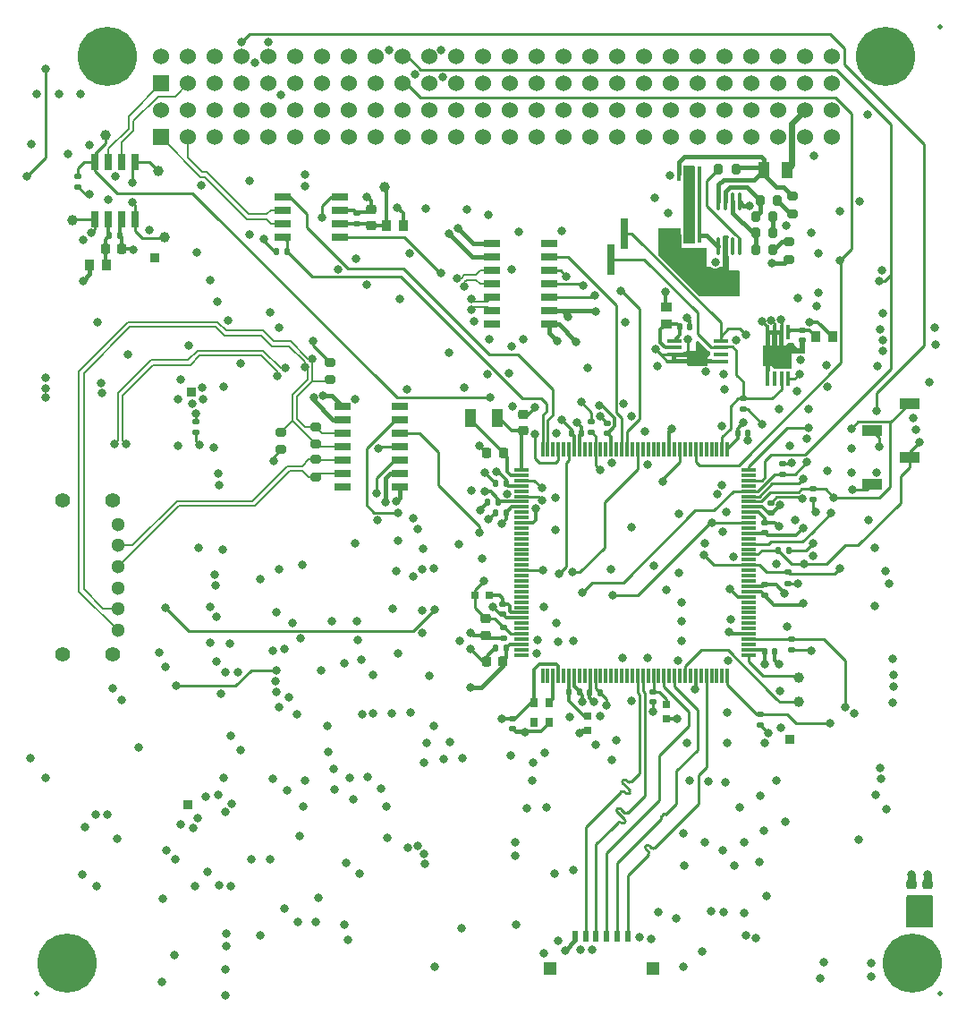
<source format=gbr>
%TF.GenerationSoftware,KiCad,Pcbnew,7.0.5*%
%TF.CreationDate,2024-04-25T22:20:33+03:00*%
%TF.ProjectId,obc-adcs-board,6f62632d-6164-4637-932d-626f6172642e,rev?*%
%TF.SameCoordinates,PX3e2df80PY83e4a60*%
%TF.FileFunction,Copper,L8,Bot*%
%TF.FilePolarity,Positive*%
%FSLAX46Y46*%
G04 Gerber Fmt 4.6, Leading zero omitted, Abs format (unit mm)*
G04 Created by KiCad (PCBNEW 7.0.5) date 2024-04-25 22:20:33*
%MOMM*%
%LPD*%
G01*
G04 APERTURE LIST*
G04 Aperture macros list*
%AMRoundRect*
0 Rectangle with rounded corners*
0 $1 Rounding radius*
0 $2 $3 $4 $5 $6 $7 $8 $9 X,Y pos of 4 corners*
0 Add a 4 corners polygon primitive as box body*
4,1,4,$2,$3,$4,$5,$6,$7,$8,$9,$2,$3,0*
0 Add four circle primitives for the rounded corners*
1,1,$1+$1,$2,$3*
1,1,$1+$1,$4,$5*
1,1,$1+$1,$6,$7*
1,1,$1+$1,$8,$9*
0 Add four rect primitives between the rounded corners*
20,1,$1+$1,$2,$3,$4,$5,0*
20,1,$1+$1,$4,$5,$6,$7,0*
20,1,$1+$1,$6,$7,$8,$9,0*
20,1,$1+$1,$8,$9,$2,$3,0*%
G04 Aperture macros list end*
%TA.AperFunction,ComponentPad*%
%ADD10C,5.600000*%
%TD*%
%TA.AperFunction,ComponentPad*%
%ADD11R,0.850000X0.850000*%
%TD*%
%TA.AperFunction,ComponentPad*%
%ADD12R,1.530000X1.530000*%
%TD*%
%TA.AperFunction,ComponentPad*%
%ADD13C,1.530000*%
%TD*%
%TA.AperFunction,ComponentPad*%
%ADD14C,1.300000*%
%TD*%
%TA.AperFunction,ComponentPad*%
%ADD15C,1.400000*%
%TD*%
%TA.AperFunction,SMDPad,CuDef*%
%ADD16R,0.450000X1.475000*%
%TD*%
%TA.AperFunction,SMDPad,CuDef*%
%ADD17RoundRect,0.135000X-0.185000X0.135000X-0.185000X-0.135000X0.185000X-0.135000X0.185000X0.135000X0*%
%TD*%
%TA.AperFunction,SMDPad,CuDef*%
%ADD18C,1.000000*%
%TD*%
%TA.AperFunction,SMDPad,CuDef*%
%ADD19R,1.475000X0.300000*%
%TD*%
%TA.AperFunction,SMDPad,CuDef*%
%ADD20R,0.300000X1.475000*%
%TD*%
%TA.AperFunction,SMDPad,CuDef*%
%ADD21RoundRect,0.200000X-0.200000X-0.275000X0.200000X-0.275000X0.200000X0.275000X-0.200000X0.275000X0*%
%TD*%
%TA.AperFunction,SMDPad,CuDef*%
%ADD22RoundRect,0.140000X0.170000X-0.140000X0.170000X0.140000X-0.170000X0.140000X-0.170000X-0.140000X0*%
%TD*%
%TA.AperFunction,SMDPad,CuDef*%
%ADD23RoundRect,0.135000X0.185000X-0.135000X0.185000X0.135000X-0.185000X0.135000X-0.185000X-0.135000X0*%
%TD*%
%TA.AperFunction,SMDPad,CuDef*%
%ADD24R,0.550000X1.000000*%
%TD*%
%TA.AperFunction,SMDPad,CuDef*%
%ADD25R,1.260000X1.300000*%
%TD*%
%TA.AperFunction,SMDPad,CuDef*%
%ADD26RoundRect,0.225000X0.225000X0.250000X-0.225000X0.250000X-0.225000X-0.250000X0.225000X-0.250000X0*%
%TD*%
%TA.AperFunction,SMDPad,CuDef*%
%ADD27R,1.525000X0.650000*%
%TD*%
%TA.AperFunction,SMDPad,CuDef*%
%ADD28RoundRect,0.200000X0.200000X0.275000X-0.200000X0.275000X-0.200000X-0.275000X0.200000X-0.275000X0*%
%TD*%
%TA.AperFunction,SMDPad,CuDef*%
%ADD29RoundRect,0.140000X-0.170000X0.140000X-0.170000X-0.140000X0.170000X-0.140000X0.170000X0.140000X0*%
%TD*%
%TA.AperFunction,SMDPad,CuDef*%
%ADD30R,0.650000X1.528000*%
%TD*%
%TA.AperFunction,SMDPad,CuDef*%
%ADD31R,1.400000X0.450000*%
%TD*%
%TA.AperFunction,SMDPad,CuDef*%
%ADD32RoundRect,0.100000X-0.100000X0.712500X-0.100000X-0.712500X0.100000X-0.712500X0.100000X0.712500X0*%
%TD*%
%TA.AperFunction,SMDPad,CuDef*%
%ADD33RoundRect,0.225000X0.250000X-0.225000X0.250000X0.225000X-0.250000X0.225000X-0.250000X-0.225000X0*%
%TD*%
%TA.AperFunction,SMDPad,CuDef*%
%ADD34RoundRect,0.140000X-0.140000X-0.170000X0.140000X-0.170000X0.140000X0.170000X-0.140000X0.170000X0*%
%TD*%
%TA.AperFunction,SMDPad,CuDef*%
%ADD35RoundRect,0.225000X-0.250000X0.225000X-0.250000X-0.225000X0.250000X-0.225000X0.250000X0.225000X0*%
%TD*%
%TA.AperFunction,SMDPad,CuDef*%
%ADD36RoundRect,0.200000X0.275000X-0.200000X0.275000X0.200000X-0.275000X0.200000X-0.275000X-0.200000X0*%
%TD*%
%TA.AperFunction,SMDPad,CuDef*%
%ADD37C,0.500000*%
%TD*%
%TA.AperFunction,SMDPad,CuDef*%
%ADD38R,1.000000X1.800000*%
%TD*%
%TA.AperFunction,SMDPad,CuDef*%
%ADD39RoundRect,0.140000X0.140000X0.170000X-0.140000X0.170000X-0.140000X-0.170000X0.140000X-0.170000X0*%
%TD*%
%TA.AperFunction,SMDPad,CuDef*%
%ADD40R,1.905000X1.020000*%
%TD*%
%TA.AperFunction,SMDPad,CuDef*%
%ADD41R,0.940000X1.010000*%
%TD*%
%TA.AperFunction,SMDPad,CuDef*%
%ADD42R,0.940000X1.020000*%
%TD*%
%TA.AperFunction,SMDPad,CuDef*%
%ADD43R,0.450000X1.400000*%
%TD*%
%TA.AperFunction,SMDPad,CuDef*%
%ADD44R,0.740000X2.870000*%
%TD*%
%TA.AperFunction,SMDPad,CuDef*%
%ADD45R,1.010000X0.940000*%
%TD*%
%TA.AperFunction,SMDPad,CuDef*%
%ADD46RoundRect,0.225000X-0.225000X-0.250000X0.225000X-0.250000X0.225000X0.250000X-0.225000X0.250000X0*%
%TD*%
%TA.AperFunction,SMDPad,CuDef*%
%ADD47R,0.700000X0.650000*%
%TD*%
%TA.AperFunction,SMDPad,CuDef*%
%ADD48R,0.650000X0.700000*%
%TD*%
%TA.AperFunction,SMDPad,CuDef*%
%ADD49R,1.000000X1.500000*%
%TD*%
%TA.AperFunction,SMDPad,CuDef*%
%ADD50RoundRect,0.135000X-0.135000X-0.185000X0.135000X-0.185000X0.135000X0.185000X-0.135000X0.185000X0*%
%TD*%
%TA.AperFunction,SMDPad,CuDef*%
%ADD51RoundRect,0.200000X-0.275000X0.200000X-0.275000X-0.200000X0.275000X-0.200000X0.275000X0.200000X0*%
%TD*%
%TA.AperFunction,SMDPad,CuDef*%
%ADD52RoundRect,0.135000X0.135000X0.185000X-0.135000X0.185000X-0.135000X-0.185000X0.135000X-0.185000X0*%
%TD*%
%TA.AperFunction,SMDPad,CuDef*%
%ADD53R,1.528000X0.650000*%
%TD*%
%TA.AperFunction,SMDPad,CuDef*%
%ADD54R,0.800000X0.900000*%
%TD*%
%TA.AperFunction,ViaPad*%
%ADD55C,0.800000*%
%TD*%
%TA.AperFunction,Conductor*%
%ADD56C,0.250000*%
%TD*%
%TA.AperFunction,Conductor*%
%ADD57C,0.300000*%
%TD*%
%TA.AperFunction,Conductor*%
%ADD58C,0.350000*%
%TD*%
%TA.AperFunction,Conductor*%
%ADD59C,0.450000*%
%TD*%
%TA.AperFunction,Conductor*%
%ADD60C,0.400000*%
%TD*%
%TA.AperFunction,Conductor*%
%ADD61C,0.800000*%
%TD*%
%TA.AperFunction,Conductor*%
%ADD62C,0.600000*%
%TD*%
%TA.AperFunction,Conductor*%
%ADD63C,0.200000*%
%TD*%
G04 APERTURE END LIST*
D10*
%TO.P,H4,1,1*%
%TO.N,unconnected-(H4-Pad1)*%
X82630000Y90930000D03*
%TD*%
%TO.P,H1,1,1*%
%TO.N,unconnected-(H1-Pad1)*%
X5180000Y5190000D03*
%TD*%
%TO.P,H3,1,1*%
%TO.N,AC_GND_2*%
X85170000Y5210000D03*
%TD*%
D11*
%TO.P,3V3_PROT,1,Pin_1*%
%TO.N,/OBC module/3V3_PROT*%
X16600000Y20225000D03*
%TD*%
D10*
%TO.P,H2,1,1*%
%TO.N,AC_GND_1*%
X8990000Y90930000D03*
%TD*%
D11*
%TO.P,J29,1,Pin_1*%
%TO.N,/ADCS_VDD*%
X16875000Y59250000D03*
%TD*%
D12*
%TO.P,J1,01,01*%
%TO.N,CAN1-*%
X14048000Y83309000D03*
D13*
%TO.P,J1,02,02*%
%TO.N,unconnected-(J1-Pad02)*%
X14048000Y85849000D03*
%TO.P,J1,03,03*%
%TO.N,CAN1+*%
X16588000Y83309000D03*
%TO.P,J1,04,04*%
%TO.N,unconnected-(J1-Pad04)*%
X16588000Y85849000D03*
%TO.P,J1,05,05*%
%TO.N,unconnected-(J1-Pad05)*%
X19128000Y83309000D03*
%TO.P,J1,06,06*%
%TO.N,unconnected-(J1-Pad06)*%
X19128000Y85849000D03*
%TO.P,J1,07,07*%
%TO.N,unconnected-(J1-Pad07)*%
X21668000Y83309000D03*
%TO.P,J1,08,08*%
%TO.N,unconnected-(J1-Pad08)*%
X21668000Y85849000D03*
%TO.P,J1,09,09*%
%TO.N,unconnected-(J1-Pad09)*%
X24208000Y83309000D03*
%TO.P,J1,10,10*%
%TO.N,unconnected-(J1-Pad10)*%
X24208000Y85849000D03*
%TO.P,J1,11,11*%
%TO.N,unconnected-(J1-Pad11)*%
X26748000Y83309000D03*
%TO.P,J1,12,12*%
%TO.N,unconnected-(J1-Pad12)*%
X26748000Y85849000D03*
%TO.P,J1,13,13*%
%TO.N,unconnected-(J1-Pad13)*%
X29288000Y83309000D03*
%TO.P,J1,14,14*%
%TO.N,unconnected-(J1-Pad14)*%
X29288000Y85849000D03*
%TO.P,J1,15,15*%
%TO.N,unconnected-(J1-Pad15)*%
X31828000Y83309000D03*
%TO.P,J1,16,16*%
%TO.N,unconnected-(J1-Pad16)*%
X31828000Y85849000D03*
%TO.P,J1,17,17*%
%TO.N,unconnected-(J1-Pad17)*%
X34368000Y83309000D03*
%TO.P,J1,18,18*%
%TO.N,unconnected-(J1-Pad18)*%
X34368000Y85849000D03*
%TO.P,J1,19,19*%
%TO.N,unconnected-(J1-Pad19)*%
X36908000Y83309000D03*
%TO.P,J1,20,20*%
%TO.N,unconnected-(J1-Pad20)*%
X36908000Y85849000D03*
%TO.P,J1,21,21*%
%TO.N,unconnected-(J1-Pad21)*%
X39448000Y83309000D03*
%TO.P,J1,22,22*%
%TO.N,unconnected-(J1-Pad22)*%
X39448000Y85849000D03*
%TO.P,J1,23,23*%
%TO.N,unconnected-(J1-Pad23)*%
X41988000Y83309000D03*
%TO.P,J1,24,24*%
%TO.N,unconnected-(J1-Pad24)*%
X41988000Y85849000D03*
%TO.P,J1,25,25*%
%TO.N,unconnected-(J1-Pad25)*%
X44528000Y83309000D03*
%TO.P,J1,26,26*%
%TO.N,unconnected-(J1-Pad26)*%
X44528000Y85849000D03*
%TO.P,J1,27,27*%
%TO.N,GND*%
X47068000Y83309000D03*
%TO.P,J1,28,28*%
X47068000Y85849000D03*
%TO.P,J1,29,29*%
%TO.N,unconnected-(J1-Pad29)*%
X49608000Y83309000D03*
%TO.P,J1,30,30*%
%TO.N,unconnected-(J1-Pad30)*%
X49608000Y85849000D03*
%TO.P,J1,31,31*%
%TO.N,GND*%
X52148000Y83309000D03*
%TO.P,J1,32,32*%
X52148000Y85849000D03*
%TO.P,J1,33,33*%
%TO.N,unconnected-(J1-Pad33)*%
X54688000Y83309000D03*
%TO.P,J1,34,34*%
%TO.N,unconnected-(J1-Pad34)*%
X54688000Y85849000D03*
%TO.P,J1,35,35*%
%TO.N,unconnected-(J1-Pad35)*%
X57228000Y83309000D03*
%TO.P,J1,36,36*%
%TO.N,unconnected-(J1-Pad36)*%
X57228000Y85849000D03*
%TO.P,J1,37,37*%
%TO.N,unconnected-(J1-Pad37)*%
X59768000Y83309000D03*
%TO.P,J1,38,38*%
%TO.N,unconnected-(J1-Pad38)*%
X59768000Y85849000D03*
%TO.P,J1,39,39*%
%TO.N,unconnected-(J1-Pad39)*%
X62308000Y83309000D03*
%TO.P,J1,40,40*%
%TO.N,unconnected-(J1-Pad40)*%
X62308000Y85849000D03*
%TO.P,J1,41,41*%
%TO.N,/I2C_MTQ_SDA*%
X64848000Y83309000D03*
%TO.P,J1,42,42*%
%TO.N,unconnected-(J1-Pad42)*%
X64848000Y85849000D03*
%TO.P,J1,43,43*%
%TO.N,/I2C_MTQ_SCK*%
X67388000Y83309000D03*
%TO.P,J1,44,44*%
%TO.N,unconnected-(J1-Pad44)*%
X67388000Y85849000D03*
%TO.P,J1,45,45*%
%TO.N,unconnected-(J1-Pad45)*%
X69928000Y83309000D03*
%TO.P,J1,46,46*%
%TO.N,unconnected-(J1-Pad46)*%
X69928000Y85849000D03*
%TO.P,J1,47,47*%
%TO.N,/EPS_5V_PANELS*%
X72468000Y83309000D03*
%TO.P,J1,48,48*%
%TO.N,/EPS_3V3_OBC*%
X72468000Y85849000D03*
%TO.P,J1,49,49*%
%TO.N,/EPS_5V_ADM*%
X75008000Y83309000D03*
%TO.P,J1,50,50*%
%TO.N,/EPS_3V3_ADCS*%
X75008000Y85849000D03*
%TO.P,J1,51,51*%
%TO.N,unconnected-(J1-Pad51)*%
X77548000Y83309000D03*
%TO.P,J1,52,52*%
%TO.N,unconnected-(J1-Pad52)*%
X77548000Y85849000D03*
%TD*%
D11*
%TO.P,ADCS_VDD,1,Pin_1*%
%TO.N,/ADCS_VDD*%
X13450000Y71900000D03*
%TD*%
D12*
%TO.P,J5,01,01*%
%TO.N,CAN2-*%
X14048000Y88389000D03*
D13*
%TO.P,J5,02,02*%
%TO.N,unconnected-(J5-Pad02)*%
X14048000Y90929000D03*
%TO.P,J5,03,03*%
%TO.N,CAN2+*%
X16588000Y88389000D03*
%TO.P,J5,04,04*%
%TO.N,unconnected-(J5-Pad04)*%
X16588000Y90929000D03*
%TO.P,J5,05,05*%
%TO.N,unconnected-(J5-Pad05)*%
X19128000Y88389000D03*
%TO.P,J5,06,06*%
%TO.N,unconnected-(J5-Pad06)*%
X19128000Y90929000D03*
%TO.P,J5,07,07*%
%TO.N,/COMMS_SWD*%
X21668000Y88389000D03*
%TO.P,J5,08,08*%
%TO.N,/COMMS_SWCLK*%
X21668000Y90929000D03*
%TO.P,J5,09,09*%
%TO.N,/COMMS_RST*%
X24208000Y88389000D03*
%TO.P,J5,10,10*%
%TO.N,/COMMS_3V3_REF*%
X24208000Y90929000D03*
%TO.P,J5,11,11*%
%TO.N,unconnected-(J5-Pad11)*%
X26748000Y88389000D03*
%TO.P,J5,12,12*%
%TO.N,unconnected-(J5-Pad12)*%
X26748000Y90929000D03*
%TO.P,J5,13,13*%
%TO.N,unconnected-(J5-Pad13)*%
X29288000Y88389000D03*
%TO.P,J5,14,14*%
%TO.N,unconnected-(J5-Pad14)*%
X29288000Y90929000D03*
%TO.P,J5,15,15*%
%TO.N,unconnected-(J5-Pad15)*%
X31828000Y88389000D03*
%TO.P,J5,16,16*%
%TO.N,unconnected-(J5-Pad16)*%
X31828000Y90929000D03*
%TO.P,J5,17,17*%
%TO.N,/OBC_UART_TX*%
X34368000Y88389000D03*
%TO.P,J5,18,18*%
%TO.N,/OBC_UART_RX*%
X34368000Y90929000D03*
%TO.P,J5,19,19*%
%TO.N,/ADCS_UART_TX*%
X36908000Y88389000D03*
%TO.P,J5,20,20*%
%TO.N,/ADCS_UART_RX*%
X36908000Y90929000D03*
%TO.P,J5,21,21*%
%TO.N,/COMMS_TX*%
X39448000Y88389000D03*
%TO.P,J5,22,22*%
%TO.N,/COMMS_RX*%
X39448000Y90929000D03*
%TO.P,J5,23,23*%
%TO.N,unconnected-(J5-Pad23)*%
X41988000Y88389000D03*
%TO.P,J5,24,24*%
%TO.N,unconnected-(J5-Pad24)*%
X41988000Y90929000D03*
%TO.P,J5,25,25*%
%TO.N,unconnected-(J5-Pad25)*%
X44528000Y88389000D03*
%TO.P,J5,26,26*%
%TO.N,unconnected-(J5-Pad26)*%
X44528000Y90929000D03*
%TO.P,J5,27,27*%
%TO.N,unconnected-(J5-Pad27)*%
X47068000Y88389000D03*
%TO.P,J5,28,28*%
%TO.N,unconnected-(J5-Pad28)*%
X47068000Y90929000D03*
%TO.P,J5,29,29*%
%TO.N,GND*%
X49608000Y88389000D03*
%TO.P,J5,30,30*%
X49608000Y90929000D03*
%TO.P,J5,31,31*%
%TO.N,unconnected-(J5-Pad31)*%
X52148000Y88389000D03*
%TO.P,J5,32,32*%
%TO.N,GND*%
X52148000Y90929000D03*
%TO.P,J5,33,33*%
%TO.N,unconnected-(J5-Pad33)*%
X54688000Y88389000D03*
%TO.P,J5,34,34*%
%TO.N,unconnected-(J5-Pad34)*%
X54688000Y90929000D03*
%TO.P,J5,35,35*%
%TO.N,unconnected-(J5-Pad35)*%
X57228000Y88389000D03*
%TO.P,J5,36,36*%
%TO.N,unconnected-(J5-Pad36)*%
X57228000Y90929000D03*
%TO.P,J5,37,37*%
%TO.N,GNSS_PPS*%
X59768000Y88389000D03*
%TO.P,J5,38,38*%
%TO.N,unconnected-(J5-Pad38)*%
X59768000Y90929000D03*
%TO.P,J5,39,39*%
%TO.N,unconnected-(J5-Pad39)*%
X62308000Y88389000D03*
%TO.P,J5,40,40*%
%TO.N,unconnected-(J5-Pad40)*%
X62308000Y90929000D03*
%TO.P,J5,41,41*%
%TO.N,unconnected-(J5-Pad41)*%
X64848000Y88389000D03*
%TO.P,J5,42,42*%
%TO.N,unconnected-(J5-Pad42)*%
X64848000Y90929000D03*
%TO.P,J5,43,43*%
%TO.N,unconnected-(J5-Pad43)*%
X67388000Y88389000D03*
%TO.P,J5,44,44*%
%TO.N,unconnected-(J5-Pad44)*%
X67388000Y90929000D03*
%TO.P,J5,45,45*%
%TO.N,unconnected-(J5-Pad45)*%
X69928000Y88389000D03*
%TO.P,J5,46,46*%
%TO.N,unconnected-(J5-Pad46)*%
X69928000Y90929000D03*
%TO.P,J5,47,47*%
%TO.N,unconnected-(J5-Pad47)*%
X72468000Y88389000D03*
%TO.P,J5,48,48*%
%TO.N,unconnected-(J5-Pad48)*%
X72468000Y90929000D03*
%TO.P,J5,49,49*%
%TO.N,unconnected-(J5-Pad49)*%
X75008000Y88389000D03*
%TO.P,J5,50,50*%
%TO.N,unconnected-(J5-Pad50)*%
X75008000Y90929000D03*
%TO.P,J5,51,51*%
%TO.N,unconnected-(J5-Pad51)*%
X77548000Y88389000D03*
%TO.P,J5,52,52*%
%TO.N,unconnected-(J5-Pad52)*%
X77548000Y90929000D03*
%TD*%
D14*
%TO.P,J12,1,1*%
%TO.N,RS422_RX+*%
X9940000Y36700000D03*
%TO.P,J12,2,2*%
%TO.N,RS422_RX-*%
X9940000Y38700000D03*
%TO.P,J12,3,3*%
%TO.N,GNSS_PPS*%
X9940000Y40700000D03*
%TO.P,J12,4,4*%
%TO.N,RS422_TX-*%
X9940000Y42700000D03*
%TO.P,J12,5,5*%
%TO.N,RS422_TX+*%
X9940000Y44700000D03*
%TO.P,J12,6,6*%
%TO.N,GND*%
X9940000Y46700000D03*
D15*
%TO.P,J12,7,7*%
%TO.N,unconnected-(J12-Pad7)*%
X9440000Y34450000D03*
%TO.P,J12,8,8*%
%TO.N,unconnected-(J12-Pad8)*%
X9440000Y48950000D03*
%TO.P,J12,9,9*%
%TO.N,unconnected-(J12-Pad9)*%
X4690000Y34450000D03*
%TO.P,J12,10,10*%
%TO.N,unconnected-(J12-Pad10)*%
X4690000Y48950000D03*
%TD*%
D16*
%TO.P,Q2,1,D1*%
%TO.N,/ADCS module/Over-voltage Protection/3V3_OC_PROT*%
X63025000Y79888000D03*
%TO.P,Q2,2,S1_1*%
%TO.N,/ADCS module/Over-voltage Protection/MOSFET_S*%
X63675000Y79888000D03*
%TO.P,Q2,3,S1_2*%
X64325000Y79888000D03*
%TO.P,Q2,4,G1*%
%TO.N,Net-(Q2-G1)*%
X64975000Y79888000D03*
%TO.P,Q2,5,G2*%
X64975000Y74012000D03*
%TO.P,Q2,6,S2_1*%
%TO.N,/ADCS module/Over-voltage Protection/MOSFET_S*%
X64325000Y74012000D03*
%TO.P,Q2,7,S2_2*%
X63675000Y74012000D03*
%TO.P,Q2,8,D2*%
%TO.N,/ADCS_VDD*%
X63025000Y74012000D03*
%TD*%
D17*
%TO.P,R9,1*%
%TO.N,I2C_SCK_PANELS*%
X70800000Y28770000D03*
%TO.P,R9,2*%
%TO.N,/ADCS_VDD*%
X70800000Y27750000D03*
%TD*%
D18*
%TO.P,TP53,1*%
%TO.N,/ADCS module/CAN_RX_2*%
X5620000Y75500000D03*
%TD*%
D19*
%TO.P,U14,1,PD0*%
%TO.N,unconnected-(U14-PD0-Pad1)*%
X48162000Y34350000D03*
%TO.P,U14,2,PD31*%
%TO.N,unconnected-(U14-PD31-Pad2)*%
X48162000Y34850000D03*
%TO.P,U14,3,VDDOUT*%
%TO.N,/ADCS module/Microcontroller/MCU_VDDCORE*%
X48162000Y35350000D03*
%TO.P,U14,4,PE0*%
%TO.N,unconnected-(U14-PE0-Pad4)*%
X48162000Y35850000D03*
%TO.P,U14,5,VDDIN*%
%TO.N,/ADCS_VDD*%
X48162000Y36350000D03*
%TO.P,U14,6,PE1*%
%TO.N,unconnected-(U14-PE1-Pad6)*%
X48162000Y36850000D03*
%TO.P,U14,7,PE2*%
%TO.N,unconnected-(U14-PE2-Pad7)*%
X48162000Y37350000D03*
%TO.P,U14,8,VREFN*%
%TO.N,GND*%
X48162000Y37850000D03*
%TO.P,U14,9,VREFP*%
%TO.N,/ADCS module/Microcontroller/MCU_AD_REF_POS*%
X48162000Y38350000D03*
%TO.P,U14,10,PE3*%
%TO.N,unconnected-(U14-PE3-Pad10)*%
X48162000Y38850000D03*
%TO.P,U14,11,PC0*%
%TO.N,unconnected-(U14-PC0-Pad11)*%
X48162000Y39350000D03*
%TO.P,U14,12,PC27*%
%TO.N,unconnected-(U14-PC27-Pad12)*%
X48162000Y39850000D03*
%TO.P,U14,13,PC26*%
%TO.N,unconnected-(U14-PC26-Pad13)*%
X48162000Y40350000D03*
%TO.P,U14,14,PC31*%
%TO.N,unconnected-(U14-PC31-Pad14)*%
X48162000Y40850000D03*
%TO.P,U14,15,PC30*%
%TO.N,unconnected-(U14-PC30-Pad15)*%
X48162000Y41350000D03*
%TO.P,U14,16,PC29*%
%TO.N,unconnected-(U14-PC29-Pad16)*%
X48162000Y41850000D03*
%TO.P,U14,17,PC12*%
%TO.N,/ADCS module/CAN_RX_2*%
X48162000Y42350000D03*
%TO.P,U14,18,PC15*%
%TO.N,unconnected-(U14-PC15-Pad18)*%
X48162000Y42850000D03*
%TO.P,U14,19,PC13*%
%TO.N,unconnected-(U14-PC13-Pad19)*%
X48162000Y43350000D03*
%TO.P,U14,20,PB1*%
%TO.N,unconnected-(U14-PB1-Pad20)*%
X48162000Y43850000D03*
%TO.P,U14,21,PB0*%
%TO.N,unconnected-(U14-PB0-Pad21)*%
X48162000Y44350000D03*
%TO.P,U14,22,PA20*%
%TO.N,unconnected-(U14-PA20-Pad22)*%
X48162000Y44850000D03*
%TO.P,U14,23,PA19*%
%TO.N,unconnected-(U14-PA19-Pad23)*%
X48162000Y45350000D03*
%TO.P,U14,24,PA18*%
%TO.N,unconnected-(U14-PA18-Pad24)*%
X48162000Y45850000D03*
%TO.P,U14,25,PA17*%
%TO.N,unconnected-(U14-PA17-Pad25)*%
X48162000Y46350000D03*
%TO.P,U14,26,PB2*%
%TO.N,/ADCS module/CAN_TX_1*%
X48162000Y46850000D03*
%TO.P,U14,27,PE4*%
%TO.N,unconnected-(U14-PE4-Pad27)*%
X48162000Y47350000D03*
%TO.P,U14,28,PE5*%
%TO.N,unconnected-(U14-PE5-Pad28)*%
X48162000Y47850000D03*
%TO.P,U14,29,VDDCORE_1*%
%TO.N,/ADCS module/Microcontroller/MCU_VDDCORE*%
X48162000Y48350000D03*
%TO.P,U14,30,VDDIO_1*%
%TO.N,/ADCS_VDD*%
X48162000Y48850000D03*
%TO.P,U14,31,PB3*%
%TO.N,/ADCS module/CAN_RX_1*%
X48162000Y49350000D03*
%TO.P,U14,32,PA21*%
%TO.N,unconnected-(U14-PA21-Pad32)*%
X48162000Y49850000D03*
%TO.P,U14,33,VDDCORE_2*%
%TO.N,/ADCS module/Microcontroller/MCU_VDDCORE*%
X48162000Y50350000D03*
%TO.P,U14,34,PD30*%
%TO.N,/ADCS module/PAYLOAD_RX_ENABLE*%
X48162000Y50850000D03*
%TO.P,U14,35,PA7*%
%TO.N,/ADCS module/MCU_RTC_IN*%
X48162000Y51350000D03*
%TO.P,U14,36,PA8*%
%TO.N,/ADCS module/MCU_RTC_OUT*%
X48162000Y51850000D03*
D20*
%TO.P,U14,37,PA22*%
%TO.N,/ADCS module/CAN_FAULT_1*%
X50150000Y53838000D03*
%TO.P,U14,38,PC1*%
%TO.N,/ADCS module/CAN_SILENT_1*%
X50650000Y53838000D03*
%TO.P,U14,39,PC2*%
%TO.N,unconnected-(U14-PC2-Pad39)*%
X51150000Y53838000D03*
%TO.P,U14,40,PC3*%
%TO.N,/ADCS module/CAN_FAULT_2*%
X51650000Y53838000D03*
%TO.P,U14,41,PC4*%
%TO.N,unconnected-(U14-PC4-Pad41)*%
X52150000Y53838000D03*
%TO.P,U14,42,PA13*%
%TO.N,GNSS_PPS*%
X52650000Y53838000D03*
%TO.P,U14,43,VDDIO_2*%
%TO.N,/ADCS_VDD*%
X53150000Y53838000D03*
%TO.P,U14,44,GND_1*%
%TO.N,GND*%
X53650000Y53838000D03*
%TO.P,U14,45,PA16*%
%TO.N,unconnected-(U14-PA16-Pad45)*%
X54150000Y53838000D03*
%TO.P,U14,46,PA23*%
%TO.N,unconnected-(U14-PA23-Pad46)*%
X54650000Y53838000D03*
%TO.P,U14,47,PD27*%
%TO.N,/ADCS module/I2C_SDA_SENS*%
X55150000Y53838000D03*
%TO.P,U14,48,PC7*%
%TO.N,unconnected-(U14-PC7-Pad48)*%
X55650000Y53838000D03*
%TO.P,U14,49,PA15*%
%TO.N,unconnected-(U14-PA15-Pad49)*%
X56150000Y53838000D03*
%TO.P,U14,50,VDDCORE_3*%
%TO.N,/ADCS module/Microcontroller/MCU_VDDCORE*%
X56650000Y53838000D03*
%TO.P,U14,51,PA14*%
%TO.N,unconnected-(U14-PA14-Pad51)*%
X57150000Y53838000D03*
%TO.P,U14,52,PD25*%
%TO.N,/ADCS module/PAYLOAD_RX*%
X57650000Y53838000D03*
%TO.P,U14,53,PD26*%
%TO.N,/ADCS module/PAYLOAD_TX*%
X58150000Y53838000D03*
%TO.P,U14,54,PC6*%
%TO.N,unconnected-(U14-PC6-Pad54)*%
X58650000Y53838000D03*
%TO.P,U14,55,PD24*%
%TO.N,/ADCS module/CAN_SILENT_2*%
X59150000Y53838000D03*
%TO.P,U14,56,PA24*%
%TO.N,unconnected-(U14-PA24-Pad56)*%
X59650000Y53838000D03*
%TO.P,U14,57,PD23*%
%TO.N,unconnected-(U14-PD23-Pad57)*%
X60150000Y53838000D03*
%TO.P,U14,58,PC5*%
%TO.N,unconnected-(U14-PC5-Pad58)*%
X60650000Y53838000D03*
%TO.P,U14,59,PA25*%
%TO.N,unconnected-(U14-PA25-Pad59)*%
X61150000Y53838000D03*
%TO.P,U14,60,PD22*%
%TO.N,unconnected-(U14-PD22-Pad60)*%
X61650000Y53838000D03*
%TO.P,U14,61,GND_2*%
%TO.N,GND*%
X62150000Y53838000D03*
%TO.P,U14,62,PA26*%
%TO.N,unconnected-(U14-PA26-Pad62)*%
X62650000Y53838000D03*
%TO.P,U14,63,PD21*%
%TO.N,/ADM_ENABLE_1*%
X63150000Y53838000D03*
%TO.P,U14,64,PA11*%
%TO.N,unconnected-(U14-PA11-Pad64)*%
X63650000Y53838000D03*
%TO.P,U14,65,PD20*%
%TO.N,unconnected-(U14-PD20-Pad65)*%
X64150000Y53838000D03*
%TO.P,U14,66,PA10*%
%TO.N,/ADCS_UART_TX*%
X64650000Y53838000D03*
%TO.P,U14,67,PD19*%
%TO.N,unconnected-(U14-PD19-Pad67)*%
X65150000Y53838000D03*
%TO.P,U14,68,PA12*%
%TO.N,unconnected-(U14-PA12-Pad68)*%
X65650000Y53838000D03*
%TO.P,U14,69,PD18*%
%TO.N,unconnected-(U14-PD18-Pad69)*%
X66150000Y53838000D03*
%TO.P,U14,70,PA27*%
%TO.N,unconnected-(U14-PA27-Pad70)*%
X66650000Y53838000D03*
%TO.P,U14,71,PD28*%
%TO.N,/ADCS module/I2C_SCK_SENS*%
X67150000Y53838000D03*
%TO.P,U14,72,VDDIO_3*%
%TO.N,/ADCS_VDD*%
X67650000Y53838000D03*
D19*
%TO.P,U14,73,PA5*%
%TO.N,/ADM_ENABLE_2*%
X69638000Y51850000D03*
%TO.P,U14,74,PD17*%
%TO.N,unconnected-(U14-PD17-Pad74)*%
X69638000Y51350000D03*
%TO.P,U14,75,PA9*%
%TO.N,/ADCS_UART_RX*%
X69638000Y50850000D03*
%TO.P,U14,76,PC28*%
%TO.N,unconnected-(U14-PC28-Pad76)*%
X69638000Y50350000D03*
%TO.P,U14,77,PA4*%
%TO.N,/I2C_MTQ_SCK*%
X69638000Y49850000D03*
%TO.P,U14,78,PD16*%
%TO.N,/ADCS module/PAYLOAD_TX_ENABLE*%
X69638000Y49350000D03*
%TO.P,U14,79,PB6*%
%TO.N,/ADCS_SWDIO*%
X69638000Y48850000D03*
%TO.P,U14,80,VDDIO_4*%
%TO.N,/ADCS_VDD*%
X69638000Y48350000D03*
%TO.P,U14,81,VDDCORE_4*%
%TO.N,/ADCS module/Microcontroller/MCU_VDDCORE*%
X69638000Y47850000D03*
%TO.P,U14,82,PC8*%
%TO.N,unconnected-(U14-PC8-Pad82)*%
X69638000Y47350000D03*
%TO.P,U14,83,NRST*%
%TO.N,/ADCS_RESET*%
X69638000Y46850000D03*
%TO.P,U14,84,PD14*%
%TO.N,unconnected-(U14-PD14-Pad84)*%
X69638000Y46350000D03*
%TO.P,U14,85,TST*%
%TO.N,GND*%
X69638000Y45850000D03*
%TO.P,U14,86,PC9*%
%TO.N,unconnected-(U14-PC9-Pad86)*%
X69638000Y45350000D03*
%TO.P,U14,87,PB12*%
%TO.N,/ADCS module/MCU_ERASE*%
X69638000Y44850000D03*
%TO.P,U14,88,PD13*%
%TO.N,unconnected-(U14-PD13-Pad88)*%
X69638000Y44350000D03*
%TO.P,U14,89,PB7*%
%TO.N,/ADCS_SWCLK*%
X69638000Y43850000D03*
%TO.P,U14,90,PC10*%
%TO.N,unconnected-(U14-PC10-Pad90)*%
X69638000Y43350000D03*
%TO.P,U14,91,PA3*%
%TO.N,/I2C_MTQ_SDA*%
X69638000Y42850000D03*
%TO.P,U14,92,PD12*%
%TO.N,unconnected-(U14-PD12-Pad92)*%
X69638000Y42350000D03*
%TO.P,U14,93,PA2*%
%TO.N,unconnected-(U14-PA2-Pad93)*%
X69638000Y41850000D03*
%TO.P,U14,94,PC11*%
%TO.N,unconnected-(U14-PC11-Pad94)*%
X69638000Y41350000D03*
%TO.P,U14,95,GND_3*%
%TO.N,GND*%
X69638000Y40850000D03*
%TO.P,U14,96,VDDIO_5*%
%TO.N,/ADCS_VDD*%
X69638000Y40350000D03*
%TO.P,U14,97,PC14*%
%TO.N,/ADCS module/CAN_TX_2*%
X69638000Y39850000D03*
%TO.P,U14,98,PD11*%
%TO.N,unconnected-(U14-PD11-Pad98)*%
X69638000Y39350000D03*
%TO.P,U14,99,PA1*%
%TO.N,unconnected-(U14-PA1-Pad99)*%
X69638000Y38850000D03*
%TO.P,U14,100,PC16*%
%TO.N,unconnected-(U14-PC16-Pad100)*%
X69638000Y38350000D03*
%TO.P,U14,101,PD10*%
%TO.N,unconnected-(U14-PD10-Pad101)*%
X69638000Y37850000D03*
%TO.P,U14,102,PA0*%
%TO.N,unconnected-(U14-PA0-Pad102)*%
X69638000Y37350000D03*
%TO.P,U14,103,PC17*%
%TO.N,unconnected-(U14-PC17-Pad103)*%
X69638000Y36850000D03*
%TO.P,U14,104,JTAGSEL*%
%TO.N,GND*%
X69638000Y36350000D03*
%TO.P,U14,105,PB4*%
%TO.N,I2C_SDA_PANELS*%
X69638000Y35850000D03*
%TO.P,U14,106,PD15*%
%TO.N,unconnected-(U14-PD15-Pad106)*%
X69638000Y35350000D03*
%TO.P,U14,107,VDDCORE_5*%
%TO.N,/ADCS module/Microcontroller/MCU_VDDCORE*%
X69638000Y34850000D03*
%TO.P,U14,108,PD29*%
%TO.N,/ADCS module/USR_GPIO*%
X69638000Y34350000D03*
D20*
%TO.P,U14,109,PB5*%
%TO.N,I2C_SCK_PANELS*%
X67650000Y32362000D03*
%TO.P,U14,110,PD9*%
%TO.N,unconnected-(U14-PD9-Pad110)*%
X67150000Y32362000D03*
%TO.P,U14,111,PC18*%
%TO.N,unconnected-(U14-PC18-Pad111)*%
X66650000Y32362000D03*
%TO.P,U14,112,PA28*%
%TO.N,unconnected-(U14-PA28-Pad112)*%
X66150000Y32362000D03*
%TO.P,U14,113,PD8*%
%TO.N,/ADCS module/ADCS_TRACECLK*%
X65650000Y32362000D03*
%TO.P,U14,114,PA6*%
%TO.N,unconnected-(U14-PA6-Pad114)*%
X65150000Y32362000D03*
%TO.P,U14,115,GND_4*%
%TO.N,GND*%
X64650000Y32362000D03*
%TO.P,U14,116,PA30*%
%TO.N,unconnected-(U14-PA30-Pad116)*%
X64150000Y32362000D03*
%TO.P,U14,117,PC19*%
%TO.N,/ADCS module/USR_GPIO_PWM*%
X63650000Y32362000D03*
%TO.P,U14,118,PA31*%
%TO.N,unconnected-(U14-PA31-Pad118)*%
X63150000Y32362000D03*
%TO.P,U14,119,PD7*%
%TO.N,/ADCS module/ADCS_TRACED_3*%
X62650000Y32362000D03*
%TO.P,U14,120,PC20*%
%TO.N,unconnected-(U14-PC20-Pad120)*%
X62150000Y32362000D03*
%TO.P,U14,121,PD6*%
%TO.N,/ADCS module/ADCS_TRACED_2*%
X61650000Y32362000D03*
%TO.P,U14,122,PC21*%
%TO.N,unconnected-(U14-PC21-Pad122)*%
X61150000Y32362000D03*
%TO.P,U14,123,VDDPLL*%
%TO.N,/ADCS module/Microcontroller/MCU_VDDPLL*%
X60650000Y32362000D03*
%TO.P,U14,124,PC22*%
%TO.N,unconnected-(U14-PC22-Pad124)*%
X60150000Y32362000D03*
%TO.P,U14,125,PD5*%
%TO.N,/ADCS module/ADCS_TRACED_1*%
X59650000Y32362000D03*
%TO.P,U14,126,PD4*%
%TO.N,/ADCS module/ADCS_TRACED_0*%
X59150000Y32362000D03*
%TO.P,U14,127,PC23*%
%TO.N,unconnected-(U14-PC23-Pad127)*%
X58650000Y32362000D03*
%TO.P,U14,128,PD3*%
%TO.N,unconnected-(U14-PD3-Pad128)*%
X58150000Y32362000D03*
%TO.P,U14,129,PA29*%
%TO.N,unconnected-(U14-PA29-Pad129)*%
X57650000Y32362000D03*
%TO.P,U14,130,PC24*%
%TO.N,unconnected-(U14-PC24-Pad130)*%
X57150000Y32362000D03*
%TO.P,U14,131,PD2*%
%TO.N,unconnected-(U14-PD2-Pad131)*%
X56650000Y32362000D03*
%TO.P,U14,132,PD1*%
%TO.N,unconnected-(U14-PD1-Pad132)*%
X56150000Y32362000D03*
%TO.P,U14,133,PC25*%
%TO.N,unconnected-(U14-PC25-Pad133)*%
X55650000Y32362000D03*
%TO.P,U14,134,VDDUTMII*%
%TO.N,/ADCS_VDD*%
X55150000Y32362000D03*
%TO.P,U14,135,GND_5*%
%TO.N,GND*%
X54650000Y32362000D03*
%TO.P,U14,136,HSDM*%
%TO.N,unconnected-(U14-HSDM-Pad136)*%
X54150000Y32362000D03*
%TO.P,U14,137,HSDP*%
%TO.N,unconnected-(U14-HSDP-Pad137)*%
X53650000Y32362000D03*
%TO.P,U14,138,GND_6*%
%TO.N,GND*%
X53150000Y32362000D03*
%TO.P,U14,139,VDDUTMIC*%
%TO.N,/ADCS module/Microcontroller/MCU_VDDUTMIC*%
X52650000Y32362000D03*
%TO.P,U14,140,VBG*%
%TO.N,unconnected-(U14-VBG-Pad140)*%
X52150000Y32362000D03*
%TO.P,U14,141,PB8*%
%TO.N,GND*%
X51650000Y32362000D03*
%TO.P,U14,142,PB9*%
%TO.N,/ADCS module/Microcontroller/MCU_CLK_IN*%
X51150000Y32362000D03*
%TO.P,U14,143,VDDPLLUSB*%
%TO.N,unconnected-(U14-VDDPLLUSB-Pad143)*%
X50650000Y32362000D03*
%TO.P,U14,144,PB13*%
%TO.N,unconnected-(U14-PB13-Pad144)*%
X50150000Y32362000D03*
%TD*%
D21*
%TO.P,R32,1*%
%TO.N,/ADCS module/Over-voltage Protection/PROT_UV_LIM*%
X70325000Y75800000D03*
%TO.P,R32,2*%
%TO.N,Net-(R32-Pad2)*%
X71975000Y75800000D03*
%TD*%
D22*
%TO.P,C35,1*%
%TO.N,/ADCS module/Microcontroller/MCU_VDDCORE*%
X56300000Y55320000D03*
%TO.P,C35,2*%
%TO.N,GND*%
X56300000Y56280000D03*
%TD*%
D11*
%TO.P,ADCS_VDDIO,1,Pin_1*%
%TO.N,/ADCS_VDD*%
X73525000Y26350000D03*
%TD*%
D23*
%TO.P,R23,1*%
%TO.N,/ADCS_VDD*%
X75800000Y49015000D03*
%TO.P,R23,2*%
%TO.N,/ADCS_SWDIO*%
X75800000Y50035000D03*
%TD*%
D24*
%TO.P,J20,1,1*%
%TO.N,/ADCS module/ADCS_TRACECLK*%
X58225000Y7715000D03*
%TO.P,J20,2,2*%
%TO.N,/ADCS module/ADCS_TRACED_3*%
X57225000Y7715000D03*
%TO.P,J20,3,3*%
%TO.N,/ADCS module/ADCS_TRACED_2*%
X56225000Y7715000D03*
%TO.P,J20,4,4*%
%TO.N,/ADCS module/ADCS_TRACED_1*%
X55225000Y7715000D03*
%TO.P,J20,5,5*%
%TO.N,/ADCS module/ADCS_TRACED_0*%
X54225000Y7715000D03*
%TO.P,J20,6,6*%
%TO.N,GND*%
X53225000Y7715000D03*
D25*
%TO.P,J20,MP1,MP1*%
%TO.N,unconnected-(J20-PadMP1)*%
X60600000Y4725000D03*
%TO.P,J20,MP2,MP2*%
%TO.N,unconnected-(J20-PadMP2)*%
X50850000Y4725000D03*
%TD*%
D26*
%TO.P,C21,1*%
%TO.N,/ADCS module/MCU_RTC_IN*%
X46425000Y53438000D03*
%TO.P,C21,2*%
%TO.N,GND*%
X44875000Y53438000D03*
%TD*%
D27*
%TO.P,IC8,1,NC_1*%
%TO.N,unconnected-(IC8-NC_1-Pad1)*%
X36637000Y57885000D03*
%TO.P,IC8,2,RO*%
%TO.N,/OBC module/PAYLOAD_RX*%
X36637000Y56615000D03*
%TO.P,IC8,3,~{RE}*%
%TO.N,/OBC module/PAYLOAD_RX_ENABLE*%
X36637000Y55345000D03*
%TO.P,IC8,4,DE*%
%TO.N,/OBC module/PAYLOAD_TX_ENABLE*%
X36637000Y54075000D03*
%TO.P,IC8,5,DI*%
%TO.N,/OBC module/PAYLOAD_TX*%
X36637000Y52805000D03*
%TO.P,IC8,6,GND_1*%
%TO.N,GND*%
X36637000Y51535000D03*
%TO.P,IC8,7,GND_2*%
X36637000Y50265000D03*
%TO.P,IC8,8,NC_2*%
%TO.N,unconnected-(IC8-NC_2-Pad8)*%
X31213000Y50265000D03*
%TO.P,IC8,9,Y*%
%TO.N,RS422_TX-*%
X31213000Y51535000D03*
%TO.P,IC8,10,Z*%
%TO.N,RS422_TX+*%
X31213000Y52805000D03*
%TO.P,IC8,11,B*%
%TO.N,RS422_RX-*%
X31213000Y54075000D03*
%TO.P,IC8,12,A*%
%TO.N,RS422_RX+*%
X31213000Y55345000D03*
%TO.P,IC8,13,VCC_1*%
%TO.N,/OBC module/3V3_PROT*%
X31213000Y56615000D03*
%TO.P,IC8,14,VCC_2*%
X31213000Y57885000D03*
%TD*%
D28*
%TO.P,R30,1*%
%TO.N,Net-(R28-Pad2)*%
X72375000Y77350000D03*
%TO.P,R30,2*%
%TO.N,/ADCS module/Over-voltage Protection/PROT_UV_LIM*%
X70725000Y77350000D03*
%TD*%
D23*
%TO.P,R123,1*%
%TO.N,/ADCS_VDD*%
X6200000Y78590000D03*
%TO.P,R123,2*%
%TO.N,/ADCS module/CAN_FAULT_2*%
X6200000Y79610000D03*
%TD*%
D27*
%TO.P,IC9,1,NC_1*%
%TO.N,unconnected-(IC9-NC_1-Pad1)*%
X50812000Y73235000D03*
%TO.P,IC9,2,RO*%
%TO.N,/ADCS module/PAYLOAD_RX*%
X50812000Y71965000D03*
%TO.P,IC9,3,~{RE}*%
%TO.N,/ADCS module/PAYLOAD_RX_ENABLE*%
X50812000Y70695000D03*
%TO.P,IC9,4,DE*%
%TO.N,/ADCS module/PAYLOAD_TX_ENABLE*%
X50812000Y69425000D03*
%TO.P,IC9,5,DI*%
%TO.N,/ADCS module/PAYLOAD_TX*%
X50812000Y68155000D03*
%TO.P,IC9,6,GND_1*%
%TO.N,GND*%
X50812000Y66885000D03*
%TO.P,IC9,7,GND_2*%
X50812000Y65615000D03*
%TO.P,IC9,8,NC_2*%
%TO.N,unconnected-(IC9-NC_2-Pad8)*%
X45388000Y65615000D03*
%TO.P,IC9,9,Y*%
%TO.N,RS422_TX-*%
X45388000Y66885000D03*
%TO.P,IC9,10,Z*%
%TO.N,RS422_TX+*%
X45388000Y68155000D03*
%TO.P,IC9,11,B*%
%TO.N,RS422_RX-*%
X45388000Y69425000D03*
%TO.P,IC9,12,A*%
%TO.N,RS422_RX+*%
X45388000Y70695000D03*
%TO.P,IC9,13,VCC_1*%
%TO.N,/ADCS_VDD*%
X45388000Y71965000D03*
%TO.P,IC9,14,VCC_2*%
X45388000Y73235000D03*
%TD*%
D29*
%TO.P,C19,1*%
%TO.N,/ADCS module/TEMP_FUSE_1*%
X74750000Y65080000D03*
%TO.P,C19,2*%
%TO.N,GND*%
X74750000Y64120000D03*
%TD*%
D28*
%TO.P,R31,1*%
%TO.N,Net-(R29-Pad2)*%
X71975000Y72700000D03*
%TO.P,R31,2*%
%TO.N,/ADCS module/Over-voltage Protection/PROT_OV_LIM*%
X70325000Y72700000D03*
%TD*%
D26*
%TO.P,C38,1*%
%TO.N,/ADCS module/Microcontroller/MCU_VDDCORE*%
X46375000Y33750000D03*
%TO.P,C38,2*%
%TO.N,GND*%
X44825000Y33750000D03*
%TD*%
D17*
%TO.P,R10,1*%
%TO.N,I2C_SDA_PANELS*%
X73710000Y35850000D03*
%TO.P,R10,2*%
%TO.N,/ADCS_VDD*%
X73710000Y34830000D03*
%TD*%
D30*
%TO.P,U11,1,TXD*%
%TO.N,/ADCS module/CAN_TX_2*%
X11605000Y75549000D03*
%TO.P,U11,2,GND*%
%TO.N,GND*%
X10335000Y75549000D03*
%TO.P,U11,3,VCC*%
%TO.N,/ADCS module/CAN_TRX_FUSE_2*%
X9065000Y75549000D03*
%TO.P,U11,4,RXD*%
%TO.N,/ADCS module/CAN_RX_2*%
X7795000Y75549000D03*
%TO.P,U11,5,FAULT*%
%TO.N,/ADCS module/CAN_FAULT_2*%
X7795000Y80971000D03*
%TO.P,U11,6,CANL*%
%TO.N,CAN2-*%
X9065000Y80971000D03*
%TO.P,U11,7,CANH*%
%TO.N,CAN2+*%
X10335000Y80971000D03*
%TO.P,U11,8,S*%
%TO.N,/ADCS module/CAN_SILENT_2*%
X11605000Y80971000D03*
%TD*%
D31*
%TO.P,U13,1,SDA*%
%TO.N,/ADCS module/I2C_SDA_SENS*%
X67000000Y64075000D03*
%TO.P,U13,2,SCL*%
%TO.N,/ADCS module/I2C_SCK_SENS*%
X67000000Y63425000D03*
%TO.P,U13,3,ALERT*%
%TO.N,unconnected-(U13-ALERT-Pad3)*%
X67000000Y62775000D03*
%TO.P,U13,4,GND*%
%TO.N,GND*%
X67000000Y62125000D03*
%TO.P,U13,5,A2*%
X62600000Y62125000D03*
%TO.P,U13,6,A1*%
X62600000Y62775000D03*
%TO.P,U13,7,A0*%
%TO.N,/ADCS module/TEMP_FUSE_2*%
X62600000Y63425000D03*
%TO.P,U13,8,VDD*%
X62600000Y64075000D03*
%TD*%
D32*
%TO.P,U15,1,VIN*%
%TO.N,/ADCS module/Over-voltage Protection/3V3_OC_PROT*%
X66825000Y77212500D03*
%TO.P,U15,2,UV*%
%TO.N,/ADCS module/Over-voltage Protection/PROT_UV_LIM*%
X67475000Y77212500D03*
%TO.P,U15,3,OV*%
%TO.N,/ADCS module/Over-voltage Protection/PROT_OV_LIM*%
X68125000Y77212500D03*
%TO.P,U15,4,GND*%
%TO.N,GND*%
X68775000Y77212500D03*
%TO.P,U15,5,~{SHDN}*%
%TO.N,Net-(U15-~{SHDN})*%
X68775000Y72987500D03*
%TO.P,U15,6,~{FAULT}*%
%TO.N,unconnected-(U15-~{FAULT}-Pad6)*%
X68125000Y72987500D03*
%TO.P,U15,7,VOUT*%
%TO.N,/ADCS_VDD*%
X67475000Y72987500D03*
%TO.P,U15,8,GATE*%
%TO.N,Net-(Q2-G1)*%
X66825000Y72987500D03*
%TD*%
D29*
%TO.P,C33,1*%
%TO.N,/ADCS module/Microcontroller/MCU_VDDPLL*%
X60625000Y30880000D03*
%TO.P,C33,2*%
%TO.N,GND*%
X60625000Y29920000D03*
%TD*%
D33*
%TO.P,C24,1*%
%TO.N,/ADCS module/MCU_RTC_OUT*%
X48300000Y55575000D03*
%TO.P,C24,2*%
%TO.N,GND*%
X48300000Y57125000D03*
%TD*%
D22*
%TO.P,C40,1*%
%TO.N,/ADCS_VDD*%
X71150000Y40020000D03*
%TO.P,C40,2*%
%TO.N,GND*%
X71150000Y40980000D03*
%TD*%
D34*
%TO.P,C20,1*%
%TO.N,/ADCS module/TEMP_FUSE_2*%
X63120000Y65400000D03*
%TO.P,C20,2*%
%TO.N,GND*%
X64080000Y65400000D03*
%TD*%
D29*
%TO.P,C26,1*%
%TO.N,/ADCS module/Microcontroller/MCU_AD_REF_POS*%
X46400000Y39180000D03*
%TO.P,C26,2*%
%TO.N,GND*%
X46400000Y38220000D03*
%TD*%
D18*
%TO.P,TP52,1,1*%
%TO.N,/ADCS module/CAN_TRX_FUSE_1*%
X35200000Y78600000D03*
%TD*%
D35*
%TO.P,C30,1*%
%TO.N,/ADCS_VDD*%
X44750000Y37775000D03*
%TO.P,C30,2*%
%TO.N,GND*%
X44750000Y36225000D03*
%TD*%
D36*
%TO.P,R8,1*%
%TO.N,RS422_RX+*%
X30000000Y60375000D03*
%TO.P,R8,2*%
%TO.N,/OBC module/3V3_PROT*%
X30000000Y62025000D03*
%TD*%
D34*
%TO.P,C18,1*%
%TO.N,/ADCS module/CAN_TRX_FUSE_2*%
X9150000Y74020000D03*
%TO.P,C18,2*%
%TO.N,GND*%
X10110000Y74020000D03*
%TD*%
D23*
%TO.P,R20,1*%
%TO.N,/ADCS_VDD*%
X73400000Y41140000D03*
%TO.P,R20,2*%
%TO.N,/I2C_MTQ_SDA*%
X73400000Y42160000D03*
%TD*%
D33*
%TO.P,C101,1*%
%TO.N,AC_GND_2*%
X86600000Y11125000D03*
%TO.P,C101,2*%
%TO.N,GND*%
X86600000Y12675000D03*
%TD*%
D37*
%TO.P,FID2,*%
%TO.N,*%
X2300000Y2300000D03*
%TD*%
D34*
%TO.P,C41,1*%
%TO.N,/ADCS module/Microcontroller/MCU_VDDCORE*%
X71170000Y34650000D03*
%TO.P,C41,2*%
%TO.N,GND*%
X72130000Y34650000D03*
%TD*%
D38*
%TO.P,Y1,1,CRYSTAL_1*%
%TO.N,/ADCS module/MCU_RTC_IN*%
X43350000Y56800000D03*
%TO.P,Y1,2,CRYSTAL_2*%
%TO.N,/ADCS module/MCU_RTC_OUT*%
X45850000Y56800000D03*
%TD*%
D33*
%TO.P,C92,1*%
%TO.N,/ADCS module/CAN_TRX_FUSE_1*%
X33900000Y74925000D03*
%TO.P,C92,2*%
%TO.N,GND*%
X33900000Y76475000D03*
%TD*%
D18*
%TO.P,TP30,1,1*%
%TO.N,/ADCS module/USR_GPIO*%
X74400000Y32200000D03*
%TD*%
D29*
%TO.P,C91,1*%
%TO.N,GND*%
X47350000Y28330000D03*
%TO.P,C91,2*%
%TO.N,/ADCS_VDD*%
X47350000Y27370000D03*
%TD*%
D39*
%TO.P,C28,1*%
%TO.N,/ADCS_VDD*%
X45940000Y48810000D03*
%TO.P,C28,2*%
%TO.N,GND*%
X44980000Y48810000D03*
%TD*%
D40*
%TO.P,J18,1,1*%
%TO.N,/ADCS_SWDIO*%
X84878000Y58110000D03*
%TO.P,J18,2,2*%
%TO.N,/ADCS module/MCU_ERASE*%
X81322000Y55570000D03*
%TO.P,J18,3,3*%
%TO.N,/ADCS_SWCLK*%
X84878000Y53030000D03*
%TO.P,J18,4,4*%
%TO.N,GND*%
X81322000Y50490000D03*
%TD*%
D41*
%TO.P,F8,1*%
%TO.N,/ADCS_VDD*%
X77590000Y64450000D03*
%TO.P,F8,2*%
%TO.N,/ADCS module/TEMP_FUSE_1*%
X76010000Y64450000D03*
%TD*%
D42*
%TO.P,F7,1*%
%TO.N,/ADCS_VDD*%
X7260000Y71200000D03*
%TO.P,F7,2*%
%TO.N,/ADCS module/CAN_TRX_FUSE_2*%
X8840000Y71200000D03*
%TD*%
D34*
%TO.P,C23,1*%
%TO.N,/ADCS module/Microcontroller/MCU_VDDUTMIC*%
X52670000Y30825000D03*
%TO.P,C23,2*%
%TO.N,GND*%
X53630000Y30825000D03*
%TD*%
D43*
%TO.P,U12,1,SDA*%
%TO.N,/ADCS module/I2C_SDA_SENS*%
X73425000Y60450000D03*
%TO.P,U12,2,SCL*%
%TO.N,/ADCS module/I2C_SCK_SENS*%
X72775000Y60450000D03*
%TO.P,U12,3,ALERT*%
%TO.N,unconnected-(U12-ALERT-Pad3)*%
X72125000Y60450000D03*
%TO.P,U12,4,GND*%
%TO.N,GND*%
X71475000Y60450000D03*
%TO.P,U12,5,A2*%
X71475000Y64850000D03*
%TO.P,U12,6,A1*%
X72125000Y64850000D03*
%TO.P,U12,7,A0*%
X72775000Y64850000D03*
%TO.P,U12,8,VDD*%
%TO.N,/ADCS module/TEMP_FUSE_1*%
X73425000Y64850000D03*
%TD*%
D36*
%TO.P,R16,1*%
%TO.N,RS422_RX-*%
X28700000Y54275000D03*
%TO.P,R16,2*%
%TO.N,RS422_RX+*%
X28700000Y55925000D03*
%TD*%
D44*
%TO.P,J24,1,1*%
%TO.N,/ADCS module/I2C_SDA_SENS*%
X57895000Y74205000D03*
%TO.P,J24,2,2*%
%TO.N,/ADCS module/I2C_SCK_SENS*%
X56625000Y71745000D03*
%TD*%
D34*
%TO.P,C31,1*%
%TO.N,/ADCS_VDD*%
X52870000Y55350000D03*
%TO.P,C31,2*%
%TO.N,GND*%
X53830000Y55350000D03*
%TD*%
D23*
%TO.P,R24,1*%
%TO.N,/I2C_MTQ_SCK*%
X72850000Y51440000D03*
%TO.P,R24,2*%
%TO.N,/ADCS_VDD*%
X72850000Y52460000D03*
%TD*%
D33*
%TO.P,C99,1*%
%TO.N,AC_GND_2*%
X85100000Y11125000D03*
%TO.P,C99,2*%
%TO.N,GND*%
X85100000Y12675000D03*
%TD*%
D45*
%TO.P,F9,1*%
%TO.N,/ADCS_VDD*%
X61850000Y67240000D03*
%TO.P,F9,2*%
%TO.N,/ADCS module/TEMP_FUSE_2*%
X61850000Y65660000D03*
%TD*%
D36*
%TO.P,R29,1*%
%TO.N,GND*%
X73450000Y71775000D03*
%TO.P,R29,2*%
%TO.N,Net-(R29-Pad2)*%
X73450000Y73425000D03*
%TD*%
D18*
%TO.P,PWM,1,1*%
%TO.N,/ADCS module/USR_GPIO_PWM*%
X74400000Y29900000D03*
%TD*%
D29*
%TO.P,C37,1*%
%TO.N,/ADCS module/Microcontroller/MCU_VDDCORE*%
X71150000Y46880000D03*
%TO.P,C37,2*%
%TO.N,GND*%
X71150000Y45920000D03*
%TD*%
D46*
%TO.P,C94,1*%
%TO.N,/ADCS module/CAN_TRX_FUSE_2*%
X8755000Y72770000D03*
%TO.P,C94,2*%
%TO.N,GND*%
X10305000Y72770000D03*
%TD*%
D47*
%TO.P,FL3,1*%
%TO.N,/ADCS module/Microcontroller/MCU_VDDCORE*%
X61900000Y28325000D03*
%TO.P,FL3,2*%
%TO.N,/ADCS module/Microcontroller/MCU_VDDPLL*%
X61900000Y29675000D03*
%TD*%
D48*
%TO.P,FL1,1*%
%TO.N,/ADCS_VDD*%
X43725000Y40000000D03*
%TO.P,FL1,2*%
%TO.N,/ADCS module/Microcontroller/MCU_AD_REF_POS*%
X45075000Y40000000D03*
%TD*%
D42*
%TO.P,F6,1*%
%TO.N,/ADCS_VDD*%
X36990000Y75000000D03*
%TO.P,F6,2*%
%TO.N,/ADCS module/CAN_TRX_FUSE_1*%
X35410000Y75000000D03*
%TD*%
D39*
%TO.P,C22,1*%
%TO.N,/ADCS_VDD*%
X55580000Y30800000D03*
%TO.P,C22,2*%
%TO.N,GND*%
X54620000Y30800000D03*
%TD*%
D49*
%TO.P,F10,1*%
%TO.N,/EPS_3V3_ADCS*%
X73300000Y80250000D03*
%TO.P,F10,2*%
%TO.N,/ADCS module/Over-voltage Protection/3V3_OC_PROT*%
X71100000Y80250000D03*
%TD*%
D18*
%TO.P,TP54,1*%
%TO.N,/ADCS module/CAN_TX_2*%
X14400000Y73900000D03*
%TD*%
D50*
%TO.P,R122,1*%
%TO.N,/ADCS_VDD*%
X24990000Y72500000D03*
%TO.P,R122,2*%
%TO.N,/ADCS module/CAN_FAULT_1*%
X26010000Y72500000D03*
%TD*%
D17*
%TO.P,R14,1*%
%TO.N,/ADCS_VDD*%
X54800000Y56410000D03*
%TO.P,R14,2*%
%TO.N,/ADCS module/I2C_SDA_SENS*%
X54800000Y55390000D03*
%TD*%
D23*
%TO.P,R15,1*%
%TO.N,/ADCS_VDD*%
X69150000Y57590000D03*
%TO.P,R15,2*%
%TO.N,/ADCS module/I2C_SCK_SENS*%
X69150000Y58610000D03*
%TD*%
D21*
%TO.P,R33,1*%
%TO.N,/ADCS module/Over-voltage Protection/PROT_OV_LIM*%
X70325000Y74250000D03*
%TO.P,R33,2*%
%TO.N,Net-(R32-Pad2)*%
X71975000Y74250000D03*
%TD*%
D51*
%TO.P,R28,1*%
%TO.N,/ADCS module/Over-voltage Protection/3V3_OC_PROT*%
X73800000Y77725000D03*
%TO.P,R28,2*%
%TO.N,Net-(R28-Pad2)*%
X73800000Y76075000D03*
%TD*%
D39*
%TO.P,C32,1*%
%TO.N,/ADCS module/Microcontroller/MCU_VDDCORE*%
X46680000Y50550000D03*
%TO.P,C32,2*%
%TO.N,GND*%
X45720000Y50550000D03*
%TD*%
D52*
%TO.P,R26,1*%
%TO.N,/ADCS_VDD*%
X73460000Y44200000D03*
%TO.P,R26,2*%
%TO.N,/ADCS_SWCLK*%
X72440000Y44200000D03*
%TD*%
D29*
%TO.P,C39,1*%
%TO.N,/ADCS_VDD*%
X46450000Y36910000D03*
%TO.P,C39,2*%
%TO.N,GND*%
X46450000Y35950000D03*
%TD*%
D37*
%TO.P,FID3,*%
%TO.N,*%
X87800000Y93800000D03*
%TD*%
D39*
%TO.P,C42,1*%
%TO.N,/ADCS module/Microcontroller/MCU_VDDCORE*%
X46680000Y35000000D03*
%TO.P,C42,2*%
%TO.N,GND*%
X45720000Y35000000D03*
%TD*%
D17*
%TO.P,R11,1*%
%TO.N,/ADCS_VDD*%
X17300000Y56385000D03*
%TO.P,R11,2*%
%TO.N,/ADCS_RESET*%
X17300000Y55365000D03*
%TD*%
D36*
%TO.P,R17,1*%
%TO.N,GND*%
X25400000Y53775000D03*
%TO.P,R17,2*%
%TO.N,RS422_RX-*%
X25400000Y55425000D03*
%TD*%
D53*
%TO.P,U10,1,TXD*%
%TO.N,/ADCS module/CAN_TX_1*%
X31011000Y77705000D03*
%TO.P,U10,2,GND*%
%TO.N,GND*%
X31011000Y76435000D03*
%TO.P,U10,3,VCC*%
%TO.N,/ADCS module/CAN_TRX_FUSE_1*%
X31011000Y75165000D03*
%TO.P,U10,4,RXD*%
%TO.N,/ADCS module/CAN_RX_1*%
X31011000Y73895000D03*
%TO.P,U10,5,FAULT*%
%TO.N,/ADCS module/CAN_FAULT_1*%
X25589000Y73895000D03*
%TO.P,U10,6,CANL*%
%TO.N,CAN1-*%
X25589000Y75165000D03*
%TO.P,U10,7,CANH*%
%TO.N,CAN1+*%
X25589000Y76435000D03*
%TO.P,U10,8,S*%
%TO.N,/ADCS module/CAN_SILENT_1*%
X25589000Y77705000D03*
%TD*%
D54*
%TO.P,Y2,1,TRI-STATE*%
%TO.N,unconnected-(Y2-TRI-STATE-Pad1)*%
X49325000Y27975000D03*
%TO.P,Y2,2,GND*%
%TO.N,GND*%
X49325000Y29825000D03*
%TO.P,Y2,3,OUTPUT*%
%TO.N,/ADCS module/Microcontroller/MCU_CLK_IN*%
X50775000Y29825000D03*
%TO.P,Y2,4,VDD*%
%TO.N,/ADCS_VDD*%
X50775000Y27975000D03*
%TD*%
D34*
%TO.P,C34,1*%
%TO.N,/ADCS_VDD*%
X68620000Y55350000D03*
%TO.P,C34,2*%
%TO.N,GND*%
X69580000Y55350000D03*
%TD*%
D22*
%TO.P,C36,1*%
%TO.N,/ADCS_VDD*%
X71750000Y47795000D03*
%TO.P,C36,2*%
%TO.N,GND*%
X71750000Y48755000D03*
%TD*%
D21*
%TO.P,R34,1*%
%TO.N,Net-(U15-~{SHDN})*%
X66825000Y80300000D03*
%TO.P,R34,2*%
%TO.N,/ADCS module/Over-voltage Protection/3V3_OC_PROT*%
X68475000Y80300000D03*
%TD*%
D39*
%TO.P,C29,1*%
%TO.N,/ADCS module/Microcontroller/MCU_VDDCORE*%
X46680000Y47800000D03*
%TO.P,C29,2*%
%TO.N,GND*%
X45720000Y47800000D03*
%TD*%
D47*
%TO.P,FL2,1*%
%TO.N,/ADCS module/Microcontroller/MCU_VDDCORE*%
X54450000Y27225000D03*
%TO.P,FL2,2*%
%TO.N,/ADCS module/Microcontroller/MCU_VDDUTMIC*%
X54450000Y28575000D03*
%TD*%
D18*
%TO.P,TP56,1,1*%
%TO.N,/ADCS module/CAN_FAULT_2*%
X8830000Y83540000D03*
%TD*%
%TO.P,TP55,1,1*%
%TO.N,/ADCS module/CAN_SILENT_2*%
X13790000Y80130000D03*
%TD*%
D36*
%TO.P,R7,1*%
%TO.N,RS422_TX-*%
X28700000Y51175000D03*
%TO.P,R7,2*%
%TO.N,RS422_TX+*%
X28700000Y52825000D03*
%TD*%
D37*
%TO.P,FID1,*%
%TO.N,*%
X87800000Y2300000D03*
%TD*%
D22*
%TO.P,C17,1*%
%TO.N,/ADCS module/CAN_TRX_FUSE_1*%
X32600000Y75170000D03*
%TO.P,C17,2*%
%TO.N,GND*%
X32600000Y76130000D03*
%TD*%
D55*
%TO.N,/OBC module/3V3_LCLPROT_NAND*%
X19450000Y51500000D03*
X47298620Y57825500D03*
%TO.N,GND*%
X47600000Y16600000D03*
X33550000Y69400000D03*
X72463082Y63144775D03*
X43411765Y49939356D03*
X48300000Y64200000D03*
X71800000Y66025000D03*
X72600000Y30900000D03*
X11450000Y72650000D03*
X74100000Y47100000D03*
X55000000Y29900000D03*
X23400000Y41500000D03*
X72675000Y66050000D03*
X33550000Y77700000D03*
X67800000Y36500000D03*
X63825000Y66274500D03*
X83300000Y33950000D03*
X44450000Y43474500D03*
X67300000Y60900000D03*
X60825000Y63274500D03*
X30775201Y70850201D03*
X81600000Y44500000D03*
X76775000Y5300000D03*
X69420000Y7840000D03*
X49400000Y57800000D03*
X5200000Y81700000D03*
X43366241Y34898540D03*
X75130000Y54830000D03*
X79690000Y28820000D03*
X50254992Y38855008D03*
X75775500Y43700000D03*
X83300000Y29800000D03*
X68000000Y37700000D03*
X82150000Y23660000D03*
X59360000Y7640000D03*
X15350000Y15025000D03*
X38725000Y42475000D03*
X58599500Y56967278D03*
X58600000Y46400000D03*
X61000000Y61700000D03*
X67550000Y47900000D03*
X67687701Y33787701D03*
X77124702Y59700202D03*
X52275000Y6424500D03*
X6674102Y73623326D03*
X16625000Y63600000D03*
X76475000Y3800000D03*
X59825000Y55525000D03*
X47900000Y74400000D03*
X51390000Y49199989D03*
X35275000Y48825000D03*
X53900000Y29900000D03*
X47690000Y8840000D03*
X55610482Y56930966D03*
X42450000Y8460000D03*
X81800500Y51575000D03*
X48700000Y19826944D03*
X82125500Y65125000D03*
X44710000Y51560000D03*
X35625000Y91600000D03*
X44200000Y54100000D03*
X17250000Y12500000D03*
X47100000Y24800000D03*
X66100000Y10100000D03*
X69600000Y54649500D03*
X45449500Y38925500D03*
X41300000Y62950000D03*
X80070000Y16890000D03*
X36300000Y48850000D03*
X53400000Y56350000D03*
X73200000Y75000000D03*
X20113782Y19490461D03*
X62387701Y55712299D03*
X73600000Y54100000D03*
X53100000Y35700000D03*
X25250000Y65275000D03*
X54830000Y6490000D03*
X66500000Y71500000D03*
X39100000Y76600000D03*
X81575000Y39000000D03*
X49250000Y24174500D03*
X36490742Y45200000D03*
X19500000Y50400000D03*
X64600000Y31100000D03*
X82275000Y70725000D03*
X30250000Y37500000D03*
X1700000Y24625000D03*
X63901953Y64186763D03*
X67100000Y56000000D03*
X72500000Y33438030D03*
X49700000Y35800000D03*
X37600008Y72300000D03*
X3150000Y22750000D03*
X8425000Y59150000D03*
X69756632Y76845193D03*
X44230000Y48000000D03*
X38360903Y16264317D03*
X70950000Y65925000D03*
X8350000Y60100000D03*
X24600000Y22600000D03*
X74222701Y59300000D03*
X31700000Y7400000D03*
X65500000Y44950000D03*
X7875000Y19250000D03*
X18675500Y69800000D03*
X51500000Y37400000D03*
X37300000Y59500000D03*
X86600000Y13600000D03*
X63800000Y26000000D03*
X14525000Y15825000D03*
X20675000Y26675000D03*
X60700000Y42800000D03*
X71850000Y71375000D03*
X27500000Y20000000D03*
X20150000Y32700000D03*
X19300000Y33750000D03*
X1800000Y82700000D03*
X45000000Y47200000D03*
X67400000Y59500000D03*
X31600000Y14700000D03*
X15300000Y5950500D03*
X70360000Y7580000D03*
X85100000Y13600000D03*
X19550000Y12550000D03*
X43373809Y36404080D03*
X73200000Y62275000D03*
X74780505Y49114314D03*
X24700000Y52700000D03*
X79497175Y49973749D03*
X38068983Y89251723D03*
X38917870Y15565529D03*
X24852333Y31870397D03*
X55225000Y66875000D03*
X56670000Y52500998D03*
X51450000Y55350000D03*
X53350000Y63950000D03*
X52600000Y66300000D03*
X46263346Y28317380D03*
X66724115Y49545772D03*
X74550000Y62250000D03*
X17050000Y18000000D03*
X18276668Y20976266D03*
X73050000Y40200000D03*
X63050000Y47675500D03*
X20600000Y12500000D03*
X6800000Y18100000D03*
X73303571Y37000000D03*
X74850000Y46350000D03*
X51549067Y64030103D03*
X68200000Y43600000D03*
X65625000Y61175000D03*
X60598056Y29001944D03*
%TO.N,/ADCS_VDD*%
X7300000Y77900000D03*
X44710000Y49800000D03*
X68025000Y70075000D03*
X56175000Y29575000D03*
X52000000Y56550000D03*
X69150000Y56300000D03*
X75600000Y34780000D03*
X41275000Y74175000D03*
X68050000Y68800000D03*
X17300000Y57175000D03*
X75775500Y44900000D03*
X72725000Y27475000D03*
X17025000Y58100000D03*
X70950000Y56200000D03*
X73700000Y52555500D03*
X76047663Y47847663D03*
X74350000Y41100000D03*
X74847299Y39272701D03*
X23800000Y73700000D03*
X82350000Y66700000D03*
X44575000Y41325000D03*
X75433724Y65827573D03*
X53800000Y58300000D03*
X6649500Y69750000D03*
X71550000Y27000000D03*
X48528357Y27075471D03*
X61800000Y68699500D03*
X62298300Y71630500D03*
X42150000Y74675000D03*
X36400000Y76700000D03*
X72655809Y48537448D03*
%TO.N,/OBC module/3V3_LCLPROT_MRAM*%
X67600000Y26000000D03*
X67600000Y28900000D03*
X62950000Y33800000D03*
%TO.N,/ADCS module/Microcontroller/MCU_VDDCORE*%
X62900000Y28300000D03*
X71200000Y33500000D03*
X45803305Y51672096D03*
X46280000Y46754500D03*
X53650000Y26975500D03*
X55517915Y57926173D03*
X72500000Y46500000D03*
X43300000Y31300000D03*
%TO.N,/OBC module/3V3_PROT*%
X57825000Y58075000D03*
X47600000Y15400000D03*
X72300000Y43000000D03*
X21600000Y25373540D03*
X15674500Y58575000D03*
X67300000Y10000000D03*
X49600000Y34500000D03*
X63100000Y42100000D03*
X61100000Y10000000D03*
X25225000Y42425000D03*
X19700000Y30700000D03*
X20150000Y2150000D03*
X68496928Y64136036D03*
X19924951Y59699952D03*
X63300000Y39300000D03*
X51400000Y46200000D03*
X81850000Y61698370D03*
X28425000Y64025000D03*
X56600000Y42450000D03*
X36680000Y67990000D03*
X60800000Y77600000D03*
X24400000Y15000000D03*
X17550000Y18950000D03*
X46800000Y49599500D03*
X18025500Y58525000D03*
X14467936Y33193337D03*
X14200000Y11300000D03*
X67200000Y46050000D03*
X54400000Y61500000D03*
X20000000Y22700000D03*
X29325000Y58875000D03*
X18700000Y35500000D03*
X21537701Y61937701D03*
X20550000Y35430000D03*
X51975000Y74475000D03*
X45000000Y76000000D03*
X15900000Y18350000D03*
X24394500Y66775000D03*
X45100000Y64200000D03*
X49200000Y22500000D03*
X39852248Y42523153D03*
X43000000Y76500000D03*
X32500000Y71800000D03*
X60100000Y52400000D03*
X67150000Y50450000D03*
X62050000Y76150000D03*
X20250000Y7975000D03*
X63350000Y35650000D03*
X28499500Y58700000D03*
X32425000Y58525000D03*
X50375201Y25075500D03*
X62200498Y79711461D03*
X37375000Y16100000D03*
%TO.N,/OBC module/MCU_VDDCORE*%
X36275500Y42275000D03*
X51600000Y35600000D03*
X39025982Y14571891D03*
X32800000Y13700000D03*
X20700000Y20300000D03*
X50500000Y19900000D03*
X21350000Y32700000D03*
%TO.N,/OBC module/MEM_NAND_ENABLE_1*%
X27437701Y42837701D03*
X19000000Y54000000D03*
%TO.N,/OBC module/MEM_NAND_ENABLE_2*%
X15674500Y54150000D03*
X19850000Y44350000D03*
%TO.N,/OBC module/MEM_NAND_WR_PROTECT*%
X17601153Y44511153D03*
X26450000Y37400000D03*
%TO.N,/OBC module/MEM_D0*%
X38900000Y24150000D03*
X37700000Y28900000D03*
X63500000Y17500000D03*
%TO.N,/OBC module/MEM_D1*%
X65500000Y16600000D03*
X35900000Y28800000D03*
%TO.N,/OBC module/MEM_D2*%
X34100000Y28800000D03*
X67200000Y15850000D03*
%TO.N,/OBC module/MEM_D3*%
X33075000Y28700000D03*
X68300000Y14400000D03*
%TO.N,/OBC module/MEM_D4*%
X58600000Y30000000D03*
X38744503Y36424500D03*
%TO.N,/OBC module/MEM_D5*%
X38306559Y46268441D03*
X31375500Y33550000D03*
X32424500Y44950000D03*
X67500000Y22300000D03*
%TO.N,/OBC module/MEM_D6*%
X34524006Y47100500D03*
X37939742Y47250000D03*
X65831600Y22356199D03*
X32700000Y35800000D03*
%TO.N,/OBC module/MEM_D7*%
X64100000Y22500000D03*
X33009668Y33940332D03*
%TO.N,/OBC module/LCL_MRAM_SET*%
X61900000Y40500000D03*
X57100000Y26250000D03*
%TO.N,/OBC module/LCL_MRAM_RST*%
X63300000Y37500000D03*
X56740000Y24460000D03*
%TO.N,/OBC module/LCL_CAN_1_SET*%
X47004429Y60955706D03*
X38775000Y38549500D03*
X47250000Y70825000D03*
X38825500Y44424500D03*
%TO.N,/OBC module/LCL_CAN_1_RST*%
X42762299Y59637701D03*
X43700000Y65900000D03*
%TO.N,/OBC module/LCL_CAN1_OP-AMP_OUT*%
X58000000Y65800000D03*
X72550000Y57650000D03*
%TO.N,/OBC module/PAYLOAD_RX*%
X36490742Y47825000D03*
%TO.N,/OBC module/PAYLOAD_RX_ENABLE*%
X44169503Y45905497D03*
%TO.N,/OBC module/PAYLOAD_TX_ENABLE*%
X34612701Y53862701D03*
X25700000Y34925000D03*
%TO.N,/I2C_MTQ_SDA*%
X78274500Y42500000D03*
X75850000Y81600000D03*
X65400000Y43800000D03*
X37939742Y41750000D03*
%TO.N,/I2C_MTQ_SCK*%
X53900000Y40275500D03*
X24970104Y38375431D03*
X75198170Y52589129D03*
%TO.N,/OBC module/PAYLOAD_TX*%
X34439735Y49625303D03*
%TO.N,/ADCS_SWDIO*%
X79374278Y55774680D03*
X77725000Y49250000D03*
X14100000Y3400000D03*
%TO.N,/OBC_UART_TX*%
X79375000Y51625000D03*
X27280000Y35910000D03*
%TO.N,/OBC_UART_RX*%
X18699500Y38924500D03*
X77125000Y51800000D03*
%TO.N,/ADCS_UART_TX*%
X78275000Y71625000D03*
%TO.N,/ADCS_UART_RX*%
X82050000Y69725000D03*
%TO.N,/ADCS_SWCLK*%
X74900000Y42950000D03*
X79442368Y53869376D03*
X39970000Y4900000D03*
X85875000Y54500000D03*
%TO.N,/ADCS_RESET*%
X76300000Y68625000D03*
X17700000Y54250000D03*
X56800000Y40000000D03*
X66164025Y46839426D03*
%TO.N,/EPS_5V_PANELS*%
X60410000Y7510000D03*
X82170000Y22620000D03*
X7900000Y12500000D03*
X53740000Y6470000D03*
X6625000Y13575000D03*
%TO.N,/EPS_5V_ADM*%
X3124500Y60550000D03*
X3124500Y58700000D03*
X3124500Y59525000D03*
%TO.N,/OBC module/MCU_SWCLK*%
X26150000Y30375000D03*
X76300000Y72300000D03*
X9475000Y31175000D03*
%TO.N,/OBC module/MCU_SWDIO*%
X24600000Y34724500D03*
X13837701Y34612299D03*
X10342500Y30057500D03*
X75575000Y74275000D03*
%TO.N,/ADM_ENABLE_1*%
X61550000Y50770000D03*
X42200000Y44800000D03*
X75350000Y57650000D03*
X15900000Y60375000D03*
%TO.N,/ADM_ENABLE_2*%
X75300000Y55850000D03*
X17900000Y59675000D03*
X35962500Y38762500D03*
%TO.N,/OBC module/MCU_TRACECLK*%
X27200000Y17200000D03*
X23430000Y7820000D03*
%TO.N,/OBC module/MCU_TRACED_3*%
X26000000Y21500000D03*
X25750000Y10400000D03*
%TO.N,/OBC module/MCU_TRACED_2*%
X27700000Y22500000D03*
X26995000Y9135000D03*
%TO.N,/OBC module/MCU_TRACED_1*%
X28680000Y9130000D03*
X30500000Y21600000D03*
%TO.N,/OBC module/MCU_TRACED_0*%
X32200000Y20700000D03*
X31400000Y8800000D03*
%TO.N,/ADCS module/PAYLOAD_RX_ENABLE*%
X52389650Y70164650D03*
X50075000Y50150000D03*
%TO.N,/OBC module/MEM_MRAM_ENABLE*%
X62800000Y9400000D03*
X31900000Y22700000D03*
%TO.N,/OBC module/MEM_MRAM_WR_ENABLE*%
X33600000Y22800000D03*
X69210000Y9920000D03*
%TO.N,/ADCS module/I2C_SDA_SENS*%
X69375000Y64675500D03*
X74500000Y60950000D03*
X55620000Y51820000D03*
%TO.N,/ADCS module/PAYLOAD_TX_ENABLE*%
X53975000Y69300000D03*
X74850000Y51025000D03*
%TO.N,/ADCS module/PAYLOAD_TX*%
X55112701Y68387701D03*
X57530155Y68755155D03*
%TO.N,/OBC module/I2C_SDA_SENS*%
X19425000Y21100000D03*
X22550000Y15050000D03*
X18425201Y13799799D03*
%TO.N,/OBC module/LCL_PWM_CAN1*%
X44900000Y60900000D03*
X47200000Y63500000D03*
%TO.N,/OBC module/LCL_PWM_MRAM*%
X55150000Y25850000D03*
X60087299Y34087299D03*
%TO.N,/OBC module/LCL_PWM_NAND*%
X57700000Y34100000D03*
X55600000Y28600000D03*
%TO.N,/OBC module/MEM_A20*%
X32550000Y37550000D03*
X28900000Y11400000D03*
%TO.N,/OBC module/MEM_A5*%
X35450000Y17050000D03*
X69200000Y16600000D03*
%TO.N,/OBC module/MEM_A6*%
X35400000Y20000000D03*
X70700960Y14789040D03*
%TO.N,/OBC module/MEM_A7*%
X34900000Y21700000D03*
X71370000Y11540000D03*
%TO.N,/OBC module/MEM_A8*%
X40750000Y24500000D03*
X71100000Y17700000D03*
%TO.N,/OBC module/MEM_A9*%
X73100000Y18600000D03*
X42550000Y24600000D03*
%TO.N,/OBC module/MEM_A10*%
X71200000Y26000000D03*
X34100000Y32500000D03*
%TO.N,/OBC module/MEM_A11*%
X72300000Y22500000D03*
X39887877Y27669050D03*
%TO.N,/OBC module/MEM_A12*%
X39200000Y26050000D03*
X70800000Y21000000D03*
%TO.N,/OBC module/MEM_A13*%
X68800000Y19900000D03*
X41400000Y26150000D03*
%TO.N,/OBC module/MEM_MRAM_OUT_ENABLE*%
X63600000Y14400000D03*
X29800000Y27650000D03*
%TO.N,/OBC module/MEM_A17*%
X53040000Y13980000D03*
X30350000Y23550000D03*
%TO.N,/OBC module/MEM_A18*%
X29900000Y25200000D03*
X51250000Y13700000D03*
%TO.N,/OBC module/MEM_A19*%
X52720273Y28469773D03*
X36500000Y34524598D03*
%TO.N,GNSS_PPS*%
X3125000Y89775000D03*
X1375000Y79650000D03*
X51753412Y42069901D03*
X39937701Y38637299D03*
X14500250Y38800250D03*
%TO.N,/ADCS module/CAN_TX_1*%
X49499002Y48222894D03*
X29255000Y75745000D03*
%TO.N,/ADCS module/CAN_RX_1*%
X50138298Y48991208D03*
X40552129Y70475500D03*
%TO.N,/ADCS module/CAN_TX_2*%
X67900000Y40600000D03*
X11300000Y77175500D03*
%TO.N,/ADCS module/CAN_RX_2*%
X7423942Y74284193D03*
X50200000Y42350000D03*
%TO.N,/ADCS module/CAN_FAULT_2*%
X45225000Y58675000D03*
X49425500Y55270000D03*
%TO.N,/ADCS module/CAN_SILENT_2*%
X53000000Y42200000D03*
X11370000Y79060000D03*
%TO.N,/COMMS_RX*%
X40525000Y91550000D03*
X87275000Y65275000D03*
%TO.N,/COMMS_TX*%
X40725000Y89000500D03*
X87400000Y63675000D03*
%TO.N,/COMMS_3V3_REF*%
X85270577Y56764922D03*
X24225000Y92325500D03*
%TO.N,/COMMS_RST*%
X80925000Y85475000D03*
X85474750Y55650250D03*
X25350000Y87300000D03*
%TO.N,/COMMS_SWCLK*%
X81775000Y57425000D03*
X21675000Y92325500D03*
%TO.N,/COMMS_SWD*%
X22953582Y90374500D03*
X86725000Y60150000D03*
%TO.N,/OBC module/CAN_RX_2*%
X29160000Y32870000D03*
X12910498Y74524500D03*
%TO.N,/OBC module/CAN_FAULT_2*%
X19143501Y41943500D03*
X9700000Y79600000D03*
%TO.N,/OBC module/CAN_TX_1*%
X17400000Y72400000D03*
X39420000Y32380000D03*
%TO.N,/OBC module/CAN_RX_1*%
X42300000Y35700000D03*
X22400000Y74125000D03*
%TO.N,/OBC module/CAN_SILENT_1*%
X17824500Y78775000D03*
X19400000Y67800000D03*
%TO.N,/OBC module/CAN_FAULT_1*%
X22400000Y79200000D03*
X20400000Y66000000D03*
%TO.N,/OBC module/MCU_ERASE*%
X11937232Y25587232D03*
X24925000Y30873540D03*
%TO.N,/OBC module/CAN_TX_2*%
X9000000Y77400000D03*
X26900000Y28700000D03*
%TO.N,/OBC module/CAN_SILENT_2*%
X7300000Y82600000D03*
X19226484Y40947449D03*
%TO.N,CAN1-*%
X74300000Y68068921D03*
X82950000Y41100000D03*
X82385793Y64159986D03*
X27700000Y79750500D03*
%TO.N,CAN1+*%
X27700000Y78650500D03*
X82325500Y63147870D03*
X76109467Y67369421D03*
X82600000Y42300000D03*
%TO.N,CAN2-*%
X78306717Y76343283D03*
X83337163Y32450000D03*
%TO.N,CAN2+*%
X83337163Y31350000D03*
X80124500Y77225000D03*
%TO.N,/OBC module/NRST_OBC*%
X15450500Y31425000D03*
X81023056Y47148056D03*
X77049500Y61750000D03*
X24917931Y32917471D03*
%TO.N,AC_GND_1*%
X4425000Y87400000D03*
X2300000Y87400000D03*
X6450000Y87400000D03*
%TO.N,AC_GND_2*%
X85200000Y9100000D03*
X81275000Y5200000D03*
X86500000Y9100000D03*
X81275000Y3900000D03*
%TO.N,I2C_SDA_PANELS*%
X65250000Y6300000D03*
X10914167Y62751219D03*
X9850000Y16975000D03*
X78820000Y29410000D03*
X81650000Y21100000D03*
X51610000Y7280000D03*
X20225000Y6800000D03*
X25200000Y29400000D03*
%TO.N,I2C_SCK_PANELS*%
X8950000Y19225000D03*
X8025000Y65800000D03*
X82700000Y19740000D03*
X50290000Y6100000D03*
X20100000Y4625000D03*
X77340000Y27870000D03*
X63450000Y4900000D03*
X19299500Y37925000D03*
%TO.N,/ADCS module/MCU_ERASE*%
X81993737Y54035421D03*
X77475000Y47775000D03*
%TO.N,RS422_TX+*%
X25796347Y61470131D03*
X9675000Y54306843D03*
X43380572Y68045000D03*
%TO.N,RS422_TX-*%
X43380572Y66995000D03*
X25053883Y60727667D03*
X10725000Y54306843D03*
%TO.N,RS422_RX+*%
X28371232Y62371232D03*
X42028768Y69971232D03*
%TO.N,RS422_RX-*%
X27628768Y61628768D03*
X42771232Y69228768D03*
%TD*%
D56*
%TO.N,GND*%
X24700000Y52700000D02*
X24700000Y53075000D01*
X24700000Y53075000D02*
X25400000Y53775000D01*
D57*
X72500000Y33438030D02*
X72130000Y33808030D01*
D58*
X44750000Y36225000D02*
X45025000Y35950000D01*
D57*
X47580000Y28330000D02*
X49075000Y29825000D01*
X44514781Y33750000D02*
X44825000Y33750000D01*
D56*
X72270000Y49275000D02*
X71750000Y48755000D01*
X62600000Y62775000D02*
X63550000Y62775000D01*
X61324500Y62775000D02*
X60825000Y63274500D01*
X80805749Y49973749D02*
X81322000Y50490000D01*
X79497175Y49973749D02*
X80805749Y49973749D01*
D57*
X51650000Y33350000D02*
X51650000Y32362000D01*
D58*
X10110000Y75324000D02*
X10335000Y75549000D01*
D56*
X45000000Y47200000D02*
X45600000Y47800000D01*
D57*
X69638000Y45850000D02*
X71080000Y45850000D01*
X53900000Y30555000D02*
X53630000Y30825000D01*
D58*
X33625000Y76200000D02*
X33900000Y76475000D01*
D56*
X74780505Y49114314D02*
X74619819Y49275000D01*
D57*
X53650000Y53838000D02*
X53650000Y55170000D01*
D56*
X69580000Y54669500D02*
X69580000Y55350000D01*
D59*
X50812000Y64767170D02*
X51549067Y64030103D01*
D56*
X61974500Y62125000D02*
X62600000Y62125000D01*
D57*
X73200000Y62275000D02*
X73200000Y62675000D01*
X71420000Y45650000D02*
X71150000Y45920000D01*
D58*
X10305000Y72770000D02*
X10305000Y73825000D01*
D60*
X69756632Y76845193D02*
X69142307Y76845193D01*
D56*
X72675000Y66050000D02*
X72775000Y65950000D01*
D57*
X55610482Y56930966D02*
X55649034Y56930966D01*
D58*
X32600000Y76130000D02*
X32295000Y76435000D01*
D57*
X49325000Y29825000D02*
X49325000Y32973522D01*
X54620000Y30280000D02*
X54620000Y30800000D01*
D56*
X63550000Y62775000D02*
X63901953Y63126953D01*
D57*
X63825000Y66274500D02*
X64080000Y66019500D01*
D60*
X53225000Y7715000D02*
X53225000Y7374500D01*
D57*
X53400000Y56350000D02*
X53830000Y55920000D01*
X54620000Y30800000D02*
X54650000Y30830000D01*
X62387701Y55712299D02*
X62150000Y55474598D01*
D58*
X10305000Y72770000D02*
X11330000Y72770000D01*
D59*
X35275000Y48825000D02*
X35275000Y51100000D01*
D57*
X43366241Y34898540D02*
X44514781Y33750000D01*
D59*
X36637000Y49187000D02*
X36300000Y48850000D01*
D57*
X71020000Y40850000D02*
X69638000Y40850000D01*
D56*
X60598056Y29001944D02*
X60625000Y29028888D01*
D58*
X43373809Y36404080D02*
X43552889Y36225000D01*
D57*
X53900000Y29900000D02*
X53900000Y30555000D01*
X64600000Y31100000D02*
X64650000Y31150000D01*
X73200000Y62675000D02*
X73650000Y63125000D01*
D61*
X85100000Y13600000D02*
X85100000Y12675000D01*
D57*
X44230000Y48060000D02*
X44980000Y48810000D01*
D58*
X33550000Y77700000D02*
X33900000Y77350000D01*
D56*
X44213000Y54100000D02*
X44875000Y53438000D01*
D57*
X53830000Y55920000D02*
X53830000Y55350000D01*
D56*
X69600000Y54649500D02*
X69580000Y54669500D01*
X48725000Y57125000D02*
X48300000Y57125000D01*
D58*
X45025000Y35950000D02*
X46450000Y35950000D01*
D57*
X45650000Y35000000D02*
X44825000Y34175000D01*
D59*
X51685000Y65615000D02*
X53350000Y63950000D01*
D60*
X73050000Y71375000D02*
X73450000Y71775000D01*
D59*
X55215000Y66885000D02*
X55225000Y66875000D01*
D56*
X49400000Y57800000D02*
X48725000Y57125000D01*
D57*
X51500000Y33500000D02*
X51650000Y33350000D01*
X73650000Y63125000D02*
X74600000Y63125000D01*
X64650000Y31150000D02*
X64650000Y32362000D01*
X64080000Y66019500D02*
X64080000Y65400000D01*
D58*
X11330000Y72770000D02*
X11450000Y72650000D01*
D57*
X46155000Y38220000D02*
X46400000Y38220000D01*
D59*
X35710000Y51535000D02*
X36637000Y51535000D01*
D56*
X44200000Y54100000D02*
X44213000Y54100000D01*
D57*
X44230000Y48000000D02*
X44230000Y48060000D01*
D56*
X72125000Y65700000D02*
X72125000Y64850000D01*
D57*
X67950000Y36350000D02*
X69638000Y36350000D01*
X73050000Y40200000D02*
X72270000Y40980000D01*
D58*
X32600000Y76130000D02*
X32670000Y76200000D01*
X32670000Y76200000D02*
X33625000Y76200000D01*
D56*
X44710000Y51560000D02*
X45720000Y50550000D01*
D59*
X50812000Y65615000D02*
X50812000Y64767170D01*
D56*
X45600000Y47800000D02*
X45720000Y47800000D01*
X60625000Y29028888D02*
X60625000Y29920000D01*
D59*
X50812000Y65615000D02*
X51685000Y65615000D01*
D56*
X62600000Y62775000D02*
X61324500Y62775000D01*
D57*
X46263346Y28317380D02*
X47337380Y28317380D01*
X47337380Y28317380D02*
X47350000Y28330000D01*
X48162000Y37850000D02*
X46750000Y37850000D01*
X55000000Y29900000D02*
X54620000Y30280000D01*
D56*
X74619819Y49275000D02*
X72270000Y49275000D01*
D58*
X33900000Y77350000D02*
X33900000Y76475000D01*
D57*
X45720000Y35000000D02*
X45650000Y35000000D01*
X54650000Y30830000D02*
X54650000Y32362000D01*
X49325000Y32973522D02*
X49851478Y33500000D01*
D56*
X71475000Y65400000D02*
X71475000Y64850000D01*
D57*
X49075000Y29825000D02*
X49325000Y29825000D01*
D58*
X10305000Y73825000D02*
X10110000Y74020000D01*
D57*
X74600000Y63125000D02*
X74750000Y63275000D01*
X49851478Y33500000D02*
X51500000Y33500000D01*
X74750000Y63275000D02*
X74750000Y64120000D01*
D58*
X32295000Y76435000D02*
X31011000Y76435000D01*
D57*
X47350000Y28330000D02*
X47580000Y28330000D01*
X71080000Y45850000D02*
X71150000Y45920000D01*
D56*
X70950000Y65925000D02*
X71475000Y65400000D01*
D59*
X50812000Y66885000D02*
X55215000Y66885000D01*
D56*
X71800000Y66025000D02*
X72125000Y65700000D01*
D60*
X71850000Y71375000D02*
X73050000Y71375000D01*
D57*
X46750000Y37850000D02*
X46400000Y38200000D01*
X46400000Y38200000D02*
X46400000Y38220000D01*
X44825000Y34175000D02*
X44825000Y33750000D01*
D59*
X50812000Y66885000D02*
X52015000Y66885000D01*
D57*
X45449500Y38925500D02*
X46155000Y38220000D01*
D56*
X60825000Y63274500D02*
X61974500Y62125000D01*
D59*
X36637000Y50265000D02*
X36637000Y49187000D01*
D57*
X53150000Y31400000D02*
X53150000Y32362000D01*
X55649034Y56930966D02*
X56300000Y56280000D01*
D56*
X72775000Y65950000D02*
X72775000Y64850000D01*
D57*
X67800000Y36500000D02*
X67950000Y36350000D01*
D59*
X35275000Y51100000D02*
X35710000Y51535000D01*
D58*
X10110000Y74020000D02*
X10110000Y75324000D01*
D57*
X72270000Y40980000D02*
X71150000Y40980000D01*
D56*
X72775000Y63456693D02*
X72775000Y64850000D01*
D57*
X72130000Y33808030D02*
X72130000Y34650000D01*
D56*
X63901953Y63126953D02*
X63901953Y64186763D01*
D57*
X74850000Y46350000D02*
X74150000Y45650000D01*
X53630000Y30920000D02*
X53150000Y31400000D01*
D61*
X86600000Y13600000D02*
X86600000Y12675000D01*
D60*
X53225000Y7374500D02*
X52275000Y6424500D01*
D57*
X71150000Y40980000D02*
X71020000Y40850000D01*
X74150000Y45650000D02*
X71420000Y45650000D01*
D56*
X72463082Y63144775D02*
X72775000Y63456693D01*
D57*
X53630000Y30825000D02*
X53630000Y30920000D01*
D60*
X69142307Y76845193D02*
X68775000Y77212500D01*
D58*
X43552889Y36225000D02*
X44750000Y36225000D01*
D59*
X52015000Y66885000D02*
X52600000Y66300000D01*
D57*
X53650000Y55170000D02*
X53830000Y55350000D01*
X62150000Y55474598D02*
X62150000Y53838000D01*
D56*
%TO.N,/ADCS_VDD*%
X70950000Y56200000D02*
X69560000Y57590000D01*
D58*
X36400000Y76700000D02*
X36990000Y76110000D01*
D56*
X75075500Y44200000D02*
X73460000Y44200000D01*
X17300000Y57175000D02*
X17300000Y56385000D01*
X23800000Y73500000D02*
X24800000Y72500000D01*
X46564500Y36910000D02*
X46450000Y36910000D01*
D59*
X43485000Y71965000D02*
X45388000Y71965000D01*
D56*
X43725000Y40000000D02*
X43725000Y40475000D01*
D57*
X71505000Y47795000D02*
X71750000Y47795000D01*
D56*
X6890000Y77900000D02*
X6200000Y78590000D01*
D58*
X36990000Y76110000D02*
X36990000Y75000000D01*
D57*
X61800000Y67290000D02*
X61850000Y67240000D01*
D56*
X48162000Y36350000D02*
X47124500Y36350000D01*
X44750000Y37775000D02*
X43725000Y38800000D01*
X75775500Y44900000D02*
X75075500Y44200000D01*
X76047663Y47847663D02*
X75800000Y48095326D01*
D57*
X76212427Y65827573D02*
X77590000Y64450000D01*
D56*
X43725000Y40475000D02*
X44575000Y41325000D01*
D59*
X68025000Y70075000D02*
X67475000Y70625000D01*
D57*
X45910000Y49140000D02*
X45910000Y48840000D01*
X48162000Y48850000D02*
X46130000Y48850000D01*
X50000000Y27100000D02*
X50775000Y27875000D01*
D60*
X7260000Y70360500D02*
X6649500Y69750000D01*
D57*
X53150000Y53838000D02*
X53150000Y55070000D01*
D56*
X23800000Y73700000D02*
X23800000Y73500000D01*
D57*
X68620000Y54808000D02*
X67650000Y53838000D01*
D56*
X44750000Y37775000D02*
X45585000Y37775000D01*
D57*
X50775000Y27875000D02*
X50775000Y27975000D01*
D56*
X75550000Y34830000D02*
X75600000Y34780000D01*
D57*
X74674598Y39100000D02*
X72070000Y39100000D01*
X70820000Y40350000D02*
X69638000Y40350000D01*
D56*
X43725000Y38800000D02*
X43725000Y40000000D01*
D57*
X68620000Y55770000D02*
X68620000Y55350000D01*
D56*
X73604500Y52460000D02*
X72850000Y52460000D01*
D60*
X7260000Y71200000D02*
X7260000Y70360500D01*
D57*
X52870000Y55680000D02*
X52870000Y55350000D01*
X47620000Y27100000D02*
X50000000Y27100000D01*
D56*
X7300000Y77900000D02*
X6890000Y77900000D01*
D59*
X41275000Y74175000D02*
X43485000Y71965000D01*
D57*
X52000000Y56550000D02*
X52870000Y55680000D01*
X70950000Y48350000D02*
X71505000Y47795000D01*
D56*
X73700000Y52555500D02*
X73604500Y52460000D01*
D57*
X72070000Y39100000D02*
X71150000Y40020000D01*
X48528357Y27075471D02*
X47644529Y27075471D01*
X72655809Y48537448D02*
X71913361Y47795000D01*
D56*
X55150000Y31230000D02*
X55580000Y30800000D01*
D57*
X68620000Y55350000D02*
X68620000Y54808000D01*
X47644529Y27075471D02*
X47350000Y27370000D01*
D56*
X47124500Y36350000D02*
X46564500Y36910000D01*
D59*
X67475000Y70625000D02*
X67475000Y72987500D01*
D56*
X74350000Y41100000D02*
X73440000Y41100000D01*
D57*
X71150000Y40020000D02*
X70820000Y40350000D01*
X47350000Y27370000D02*
X47620000Y27100000D01*
X69638000Y48350000D02*
X70950000Y48350000D01*
X45250000Y49800000D02*
X45910000Y49140000D01*
X53150000Y55070000D02*
X52870000Y55350000D01*
D56*
X71550000Y27000000D02*
X70800000Y27750000D01*
D57*
X75433724Y65827573D02*
X76212427Y65827573D01*
D56*
X55580000Y30800000D02*
X56175000Y30205000D01*
X55150000Y32362000D02*
X55150000Y31230000D01*
X54800000Y57300000D02*
X54800000Y56410000D01*
X53800000Y58300000D02*
X54800000Y57300000D01*
D57*
X74847299Y39272701D02*
X74674598Y39100000D01*
X69150000Y56300000D02*
X68620000Y55770000D01*
D56*
X56175000Y30205000D02*
X56175000Y29575000D01*
D59*
X62298300Y71630500D02*
X63025000Y72357200D01*
D57*
X44710000Y49800000D02*
X45250000Y49800000D01*
D56*
X24800000Y72500000D02*
X24990000Y72500000D01*
D59*
X63025000Y72357200D02*
X63025000Y74012000D01*
D56*
X73710000Y34830000D02*
X75550000Y34830000D01*
X73440000Y41100000D02*
X73400000Y41140000D01*
X45585000Y37775000D02*
X46450000Y36910000D01*
D59*
X43590000Y73235000D02*
X42150000Y74675000D01*
D56*
X75800000Y48095326D02*
X75800000Y49015000D01*
D59*
X45388000Y73235000D02*
X43590000Y73235000D01*
D57*
X61800000Y68699500D02*
X61800000Y67290000D01*
X45910000Y48840000D02*
X45940000Y48810000D01*
X71913361Y47795000D02*
X71750000Y47795000D01*
D56*
X69560000Y57590000D02*
X69150000Y57590000D01*
D58*
%TO.N,/ADCS module/CAN_TRX_FUSE_1*%
X35000000Y75000000D02*
X35410000Y75000000D01*
X33660000Y75165000D02*
X33900000Y74925000D01*
X34925000Y74925000D02*
X35000000Y75000000D01*
X35410000Y75000000D02*
X35410000Y78390000D01*
X31011000Y75165000D02*
X33660000Y75165000D01*
X33900000Y74925000D02*
X34925000Y74925000D01*
X35410000Y78390000D02*
X35200000Y78600000D01*
%TO.N,/ADCS module/CAN_TRX_FUSE_2*%
X9065000Y74105000D02*
X9065000Y75549000D01*
X8755000Y72770000D02*
X8755000Y71285000D01*
X9150000Y74020000D02*
X9065000Y74105000D01*
X8755000Y71285000D02*
X8840000Y71200000D01*
X8755000Y73625000D02*
X9150000Y74020000D01*
X8755000Y72770000D02*
X8755000Y73625000D01*
D57*
%TO.N,/ADCS module/TEMP_FUSE_1*%
X74750000Y65080000D02*
X73655000Y65080000D01*
X76010000Y64450000D02*
X75380000Y65080000D01*
X75380000Y65080000D02*
X74750000Y65080000D01*
X73655000Y65080000D02*
X73425000Y64850000D01*
%TO.N,/ADCS module/TEMP_FUSE_2*%
X61300000Y63900000D02*
X61775000Y63425000D01*
X61775000Y63425000D02*
X62600000Y63425000D01*
X61300000Y65110000D02*
X61300000Y63900000D01*
X63120000Y64595000D02*
X62600000Y64075000D01*
X63120000Y65400000D02*
X63120000Y64595000D01*
X61850000Y65660000D02*
X62860000Y65660000D01*
X62860000Y65660000D02*
X63120000Y65400000D01*
X61850000Y65660000D02*
X61300000Y65110000D01*
%TO.N,/ADCS module/MCU_RTC_IN*%
X43550000Y56400000D02*
X43550000Y56313000D01*
X46800000Y53063000D02*
X46800000Y51700000D01*
X43550000Y56313000D02*
X46425000Y53438000D01*
X46800000Y51700000D02*
X47150000Y51350000D01*
X47150000Y51350000D02*
X48162000Y51350000D01*
X46425000Y53438000D02*
X46800000Y53063000D01*
%TO.N,/ADCS module/Microcontroller/MCU_VDDUTMIC*%
X52670000Y30825000D02*
X52670000Y29980000D01*
X52650000Y32362000D02*
X52650000Y30845000D01*
X52670000Y29980000D02*
X54075000Y28575000D01*
X52650000Y30845000D02*
X52670000Y30825000D01*
X54075000Y28575000D02*
X54450000Y28575000D01*
%TO.N,/ADCS module/MCU_RTC_OUT*%
X47225000Y55575000D02*
X48300000Y55575000D01*
X46050000Y56400000D02*
X46400000Y56400000D01*
X46400000Y56400000D02*
X47225000Y55575000D01*
X48162000Y55437000D02*
X48162000Y51850000D01*
X48300000Y55575000D02*
X48162000Y55437000D01*
%TO.N,/ADCS module/Microcontroller/MCU_AD_REF_POS*%
X46400000Y39180000D02*
X46870000Y39180000D01*
X45075000Y40000000D02*
X46100000Y40000000D01*
X47050000Y38475478D02*
X47175478Y38350000D01*
X46400000Y39700000D02*
X46400000Y39180000D01*
X46100000Y40000000D02*
X46400000Y39700000D01*
X47175478Y38350000D02*
X48162000Y38350000D01*
X47050000Y39000000D02*
X47050000Y38475478D01*
X46870000Y39180000D02*
X47050000Y39000000D01*
%TO.N,/ADCS module/Microcontroller/MCU_VDDCORE*%
X72120000Y46880000D02*
X71150000Y46880000D01*
X46680000Y35000000D02*
X46680000Y34055000D01*
X46680000Y50920000D02*
X46680000Y50550000D01*
X56300000Y55320000D02*
X56650000Y54970000D01*
X47250000Y48350000D02*
X48162000Y48350000D01*
X46880000Y50350000D02*
X46680000Y50550000D01*
X46680000Y34055000D02*
X46375000Y33750000D01*
X72500000Y46500000D02*
X72120000Y46880000D01*
X46280000Y46754500D02*
X46680000Y47154500D01*
X71150000Y47275500D02*
X70575500Y47850000D01*
X57000000Y55973154D02*
X56346846Y55320000D01*
X70970000Y34850000D02*
X71170000Y34650000D01*
X48162000Y50350000D02*
X46880000Y50350000D01*
D60*
X43300000Y31300000D02*
X44350000Y31300000D01*
D57*
X69638000Y34850000D02*
X70970000Y34850000D01*
X46680000Y47154500D02*
X46680000Y47780000D01*
X53650000Y26975500D02*
X53899500Y27225000D01*
X71200000Y34620000D02*
X71200000Y33500000D01*
D60*
X44350000Y31300000D02*
X46375000Y33325000D01*
D57*
X70575500Y47850000D02*
X69638000Y47850000D01*
X55517915Y57926173D02*
X55798827Y57926173D01*
X47030000Y35350000D02*
X46680000Y35000000D01*
X62875000Y28325000D02*
X61900000Y28325000D01*
X56346846Y55320000D02*
X56300000Y55320000D01*
X45803305Y51672096D02*
X45927904Y51672096D01*
X62900000Y28300000D02*
X62875000Y28325000D01*
X48162000Y35350000D02*
X47030000Y35350000D01*
X45927904Y51672096D02*
X46680000Y50920000D01*
X71170000Y34650000D02*
X71200000Y34620000D01*
X46680000Y47780000D02*
X47250000Y48350000D01*
D60*
X46375000Y33325000D02*
X46375000Y33750000D01*
D57*
X57000000Y56725000D02*
X57000000Y55973154D01*
X71150000Y46880000D02*
X71150000Y47275500D01*
X53899500Y27225000D02*
X54450000Y27225000D01*
X56650000Y54970000D02*
X56650000Y53838000D01*
X55798827Y57926173D02*
X57000000Y56725000D01*
D56*
%TO.N,/ADCS module/Microcontroller/MCU_VDDPLL*%
X61170000Y30880000D02*
X61900000Y30150000D01*
X60650000Y30905000D02*
X60625000Y30880000D01*
X60650000Y32362000D02*
X60650000Y30905000D01*
X60625000Y30880000D02*
X61170000Y30880000D01*
X61900000Y30150000D02*
X61900000Y29675000D01*
D59*
%TO.N,/OBC module/3V3_PROT*%
X29325000Y58875000D02*
X30223000Y58875000D01*
X30310000Y56615000D02*
X31213000Y56615000D01*
D56*
X28425000Y64025000D02*
X28425000Y63600000D01*
X28425000Y63600000D02*
X30000000Y62025000D01*
D59*
X28499500Y58425500D02*
X30310000Y56615000D01*
X30223000Y58875000D02*
X31213000Y57885000D01*
X28499500Y58700000D02*
X28499500Y58425500D01*
D60*
%TO.N,/ADCS module/Over-voltage Protection/3V3_OC_PROT*%
X66825000Y77212500D02*
X66825000Y78825000D01*
D59*
X71100000Y80250000D02*
X71100000Y81200000D01*
D60*
X72300000Y78600000D02*
X72925000Y78600000D01*
X70150000Y79300000D02*
X71100000Y80250000D01*
D59*
X71100000Y81200000D02*
X70850000Y81450000D01*
D60*
X71100000Y80250000D02*
X70850000Y80500000D01*
X71100000Y79800000D02*
X72300000Y78600000D01*
X66825000Y78825000D02*
X67300000Y79300000D01*
D59*
X70850000Y81450000D02*
X63525478Y81450000D01*
X63025000Y80949522D02*
X63025000Y79888000D01*
D60*
X72925000Y78600000D02*
X73800000Y77725000D01*
D59*
X63525478Y81450000D02*
X63025000Y80949522D01*
D60*
X67300000Y79300000D02*
X70150000Y79300000D01*
X68675000Y80500000D02*
X68475000Y80300000D01*
X70850000Y80500000D02*
X68675000Y80500000D01*
X71100000Y80250000D02*
X71100000Y79800000D01*
D62*
%TO.N,/EPS_3V3_ADCS*%
X73743000Y80693000D02*
X73300000Y80250000D01*
X75008000Y85849000D02*
X73743000Y84584000D01*
X73743000Y84584000D02*
X73743000Y80693000D01*
D56*
%TO.N,/OBC module/PAYLOAD_RX*%
X34200000Y47825000D02*
X33500000Y48525000D01*
X36490742Y47825000D02*
X34200000Y47825000D01*
X33500000Y53915500D02*
X36199500Y56615000D01*
X33500000Y48525000D02*
X33500000Y53915500D01*
X36199500Y56615000D02*
X36637000Y56615000D01*
%TO.N,/OBC module/PAYLOAD_RX_ENABLE*%
X44169503Y46530497D02*
X40325000Y50375000D01*
X44169503Y45905497D02*
X44169503Y46530497D01*
X38505000Y55345000D02*
X36637000Y55345000D01*
X40325000Y53525000D02*
X38505000Y55345000D01*
X40325000Y50375000D02*
X40325000Y53525000D01*
%TO.N,/OBC module/PAYLOAD_TX_ENABLE*%
X36637000Y54075000D02*
X34825000Y54075000D01*
X34825000Y54075000D02*
X34612701Y53862701D01*
%TO.N,/I2C_MTQ_SDA*%
X78274500Y42500000D02*
X77774500Y42000000D01*
X73400000Y42160000D02*
X71340000Y42160000D01*
X65400000Y43800000D02*
X66350000Y42850000D01*
X77774500Y42000000D02*
X73560000Y42000000D01*
X66350000Y42850000D02*
X69638000Y42850000D01*
X73560000Y42000000D02*
X73400000Y42160000D01*
X70650000Y42850000D02*
X69638000Y42850000D01*
X71340000Y42160000D02*
X70650000Y42850000D01*
%TO.N,/I2C_MTQ_SCK*%
X66400000Y48025000D02*
X68225000Y49850000D01*
X75198170Y52589129D02*
X74049041Y51440000D01*
X74049041Y51440000D02*
X72850000Y51440000D01*
X64625000Y48025000D02*
X66400000Y48025000D01*
X72140000Y51440000D02*
X70550000Y49850000D01*
X70550000Y49850000D02*
X69638000Y49850000D01*
X53900000Y40275500D02*
X54824500Y41200000D01*
X54824500Y41200000D02*
X57800000Y41200000D01*
X57800000Y41200000D02*
X64625000Y48025000D01*
X68225000Y49850000D02*
X69638000Y49850000D01*
X72850000Y51440000D02*
X72140000Y51440000D01*
%TO.N,/OBC module/PAYLOAD_TX*%
X34439735Y49625303D02*
X34439735Y51075235D01*
X36169500Y52805000D02*
X36637000Y52805000D01*
X34439735Y51075235D02*
X36169500Y52805000D01*
%TO.N,/ADCS_SWDIO*%
X77725000Y49250000D02*
X76925000Y50050000D01*
X70825000Y48850000D02*
X71700000Y49725000D01*
X77725000Y49250000D02*
X79168486Y49250000D01*
X83080000Y50280000D02*
X83080000Y56312000D01*
X74675886Y50035000D02*
X75800000Y50035000D01*
X79169237Y49249249D02*
X82049249Y49249249D01*
X82987000Y56405000D02*
X83080000Y56312000D01*
X74365886Y49725000D02*
X74675886Y50035000D01*
X83080000Y56312000D02*
X84878000Y58110000D01*
X71700000Y49725000D02*
X74365886Y49725000D01*
X82049249Y49249249D02*
X83080000Y50280000D01*
X76925000Y50050000D02*
X75815000Y50050000D01*
X80004598Y56405000D02*
X82987000Y56405000D01*
X69638000Y48850000D02*
X70825000Y48850000D01*
X75815000Y50050000D02*
X75800000Y50035000D01*
X79168486Y49250000D02*
X79169237Y49249249D01*
X79374278Y55774680D02*
X80004598Y56405000D01*
%TO.N,/ADCS_UART_TX*%
X78275000Y71625000D02*
X78385000Y71515000D01*
X79400000Y72750000D02*
X78275000Y71625000D01*
X78385000Y61995000D02*
X68690000Y52300000D01*
X78385000Y71515000D02*
X78385000Y61995000D01*
X65000000Y52300000D02*
X64650000Y52650000D01*
X79400000Y85550000D02*
X79400000Y72750000D01*
X64650000Y52650000D02*
X64650000Y53838000D01*
X36908000Y88389000D02*
X37271000Y88389000D01*
X77840000Y87110000D02*
X79400000Y85550000D01*
X38550000Y87110000D02*
X77840000Y87110000D01*
X68690000Y52300000D02*
X65000000Y52300000D01*
X37271000Y88389000D02*
X38550000Y87110000D01*
%TO.N,/ADCS_UART_RX*%
X83125000Y70300000D02*
X83125000Y61425000D01*
X83125000Y61425000D02*
X74980000Y53280000D01*
X71220000Y51170000D02*
X70900000Y50850000D01*
X71790000Y53280000D02*
X71220000Y52710000D01*
X83125000Y84525000D02*
X83125000Y70300000D01*
X74980000Y53280000D02*
X71790000Y53280000D01*
X38620305Y89725000D02*
X77925000Y89725000D01*
X37416305Y90929000D02*
X38620305Y89725000D01*
X36908000Y90929000D02*
X37416305Y90929000D01*
X82050000Y69725000D02*
X82550000Y69725000D01*
X77925000Y89725000D02*
X83125000Y84525000D01*
X82550000Y69725000D02*
X83125000Y70300000D01*
X71220000Y52710000D02*
X71220000Y51170000D01*
X70900000Y50850000D02*
X69638000Y50850000D01*
%TO.N,/ADCS_SWCLK*%
X69638000Y43850000D02*
X70550000Y43850000D01*
X84878000Y53030000D02*
X84878000Y52078000D01*
X74900000Y42950000D02*
X73690000Y42950000D01*
X85875000Y54500000D02*
X84878000Y53503000D01*
X84020000Y51220000D02*
X84020000Y48732000D01*
X78800000Y44700000D02*
X77050000Y42950000D01*
X77050000Y42950000D02*
X74900000Y42950000D01*
X84878000Y52078000D02*
X84020000Y51220000D01*
X84878000Y53503000D02*
X84878000Y53030000D01*
X84020000Y48732000D02*
X79988000Y44700000D01*
X73690000Y42950000D02*
X72440000Y44200000D01*
X79988000Y44700000D02*
X78800000Y44700000D01*
X70900000Y44200000D02*
X72440000Y44200000D01*
X70550000Y43850000D02*
X70900000Y44200000D01*
%TO.N,/ADCS module/PAYLOAD_RX*%
X50812000Y71965000D02*
X52560000Y71965000D01*
X57100000Y67425000D02*
X57100000Y57296752D01*
X57100000Y57296752D02*
X57650000Y56746752D01*
X57650000Y56746752D02*
X57650000Y53838000D01*
X52560000Y71965000D02*
X57100000Y67425000D01*
%TO.N,/ADCS_RESET*%
X17300500Y54649500D02*
X17300500Y55364500D01*
X59200000Y40000000D02*
X66050000Y46850000D01*
X66050000Y46850000D02*
X69638000Y46850000D01*
X17700000Y54250000D02*
X17300500Y54649500D01*
X17300500Y55364500D02*
X17300000Y55365000D01*
X56800000Y40000000D02*
X59200000Y40000000D01*
%TO.N,/ADM_ENABLE_1*%
X61550000Y50770000D02*
X61550000Y51010000D01*
X63150000Y52610000D02*
X63150000Y53838000D01*
X61550000Y51010000D02*
X63150000Y52610000D01*
%TO.N,/ADM_ENABLE_2*%
X69638000Y52198000D02*
X73290000Y55850000D01*
X73290000Y55850000D02*
X75300000Y55850000D01*
X69638000Y51850000D02*
X69638000Y52198000D01*
%TO.N,/ADCS module/ADCS_TRACECLK*%
X65650000Y32362000D02*
X65650000Y23700000D01*
X59938449Y15984163D02*
X59938449Y15984162D01*
X64950000Y20250000D02*
X60788604Y16088604D01*
X60152207Y15452206D02*
X58225000Y13524999D01*
X64950000Y23000000D02*
X64950000Y20250000D01*
X60470405Y16088602D02*
X60256648Y16302360D01*
X65650000Y23700000D02*
X64950000Y23000000D01*
X58225000Y13524999D02*
X58225000Y7715000D01*
X59938449Y15984162D02*
X60152205Y15770405D01*
X60788604Y16088604D02*
X60788604Y16088601D01*
X60152205Y15452207D02*
X60152207Y15452206D01*
X59938412Y16302398D02*
G75*
G03*
X59938450Y15984164I159088J-159098D01*
G01*
X60256647Y16302359D02*
G75*
G03*
X59938451Y16302359I-159098J-159098D01*
G01*
X60152211Y15452201D02*
G75*
G03*
X60152205Y15770405I-159111J159099D01*
G01*
X60470400Y16088597D02*
G75*
G03*
X60788604Y16088601I159100J159103D01*
G01*
%TO.N,/ADCS module/ADCS_TRACED_3*%
X64800000Y25390000D02*
X62800000Y23390000D01*
X57225000Y14675000D02*
X57225000Y7715000D01*
X64800000Y29200000D02*
X64800000Y25390000D01*
X61591457Y19279999D02*
X61392530Y19081073D01*
X62050000Y19500000D02*
X62050000Y19499997D01*
X61591458Y19280000D02*
X61591457Y19279999D01*
X62650000Y31350000D02*
X64800000Y29200000D01*
X62800000Y23390000D02*
X62800000Y20250000D01*
X62050000Y19499997D02*
X61830001Y19279999D01*
X62650000Y32362000D02*
X62650000Y31350000D01*
X61392529Y18842530D02*
X61392530Y18842530D01*
X61392530Y18842530D02*
X57225000Y14675000D01*
X62800000Y20250000D02*
X62050000Y19500000D01*
X61710729Y19279999D02*
G75*
G03*
X61830001Y19279999I59636J59636D01*
G01*
X61392495Y18842564D02*
G75*
G03*
X61392530Y18961801I-59595J59636D01*
G01*
X61392568Y19081035D02*
G75*
G03*
X61392531Y18961802I59632J-59635D01*
G01*
X61710735Y19280005D02*
G75*
G03*
X61591459Y19279999I-59635J-59605D01*
G01*
%TO.N,/ADCS module/ADCS_TRACED_2*%
X56225000Y15625000D02*
X61200000Y20600000D01*
X61200000Y24800000D02*
X64000000Y27600000D01*
X61200000Y20600000D02*
X61200000Y24800000D01*
X61650000Y31325478D02*
X61650000Y32362000D01*
X64000000Y28975478D02*
X61650000Y31325478D01*
X56225000Y7715000D02*
X56225000Y15625000D01*
X64000000Y27600000D02*
X64000000Y28975478D01*
%TO.N,/ADCS module/ADCS_TRACED_1*%
X57247201Y19478205D02*
X57247201Y19478204D01*
X57606451Y18482558D02*
X57603605Y18485404D01*
X55225000Y16425001D02*
X55225000Y7715000D01*
X59650000Y32362000D02*
X59650000Y30938417D01*
X56812563Y18012564D02*
X55225000Y16425001D01*
X59800000Y21000000D02*
X58240000Y19440000D01*
X57285407Y18485404D02*
X56812563Y18012564D01*
X57921801Y19440001D02*
X57565400Y19796402D01*
X57606451Y18482559D02*
X57606451Y18482558D01*
X57924648Y18482559D02*
X57924648Y18482558D01*
X57247201Y19478204D02*
X57924648Y18800757D01*
X59800000Y30788417D02*
X59800000Y21000000D01*
X59650000Y30938417D02*
X59800000Y30788417D01*
X57921800Y19440000D02*
G75*
G03*
X58240000Y19440000I159100J159100D01*
G01*
X57565399Y19796401D02*
G75*
G03*
X57247203Y19796401I-159098J-159098D01*
G01*
X57606501Y18482609D02*
G75*
G03*
X57924648Y18482558I159099J159091D01*
G01*
X57924605Y18482602D02*
G75*
G03*
X57924647Y18800756I-159105J159098D01*
G01*
X57247205Y19796399D02*
G75*
G03*
X57247201Y19478205I159095J-159099D01*
G01*
X57603604Y18485403D02*
G75*
G03*
X57285408Y18485403I-159098J-159098D01*
G01*
%TO.N,/ADCS module/ADCS_TRACED_0*%
X57772907Y22172498D02*
X58362498Y21582907D01*
X58044300Y21264708D02*
X57908605Y21400403D01*
X59150000Y32362000D02*
X59150000Y30802021D01*
X59350000Y23160000D02*
X58545000Y22355000D01*
X58362498Y21264709D02*
X58362498Y21264710D01*
X58044301Y21264709D02*
X58044300Y21264708D01*
X58226801Y22355000D02*
X58091105Y22490696D01*
X58226801Y22354999D02*
X58226801Y22355000D01*
X54225000Y18034998D02*
X54225000Y7715000D01*
X59150000Y30802021D02*
X59350000Y30602021D01*
X59350000Y30602021D02*
X59350000Y23160000D01*
X57590407Y21400403D02*
X56223908Y20033906D01*
X57772908Y22172499D02*
X57772907Y22172498D01*
X56223908Y20033906D02*
X54225000Y18034998D01*
X58362505Y21264702D02*
G75*
G03*
X58362497Y21582906I-159105J159098D01*
G01*
X58044303Y21264711D02*
G75*
G03*
X58362497Y21264711I159097J159089D01*
G01*
X57908604Y21400402D02*
G75*
G03*
X57590408Y21400402I-159098J-159098D01*
G01*
X58091104Y22490695D02*
G75*
G03*
X57772908Y22490695I-159098J-159098D01*
G01*
X58226801Y22354999D02*
G75*
G03*
X58545000Y22355000I159099J159101D01*
G01*
X57772905Y22490698D02*
G75*
G03*
X57772908Y22172499I159095J-159098D01*
G01*
%TO.N,/ADCS module/PAYLOAD_RX_ENABLE*%
X52389650Y70164650D02*
X51859300Y70695000D01*
X51859300Y70695000D02*
X50812000Y70695000D01*
X49375000Y50850000D02*
X48162000Y50850000D01*
X50075000Y50150000D02*
X49375000Y50850000D01*
%TO.N,/ADCS module/I2C_SDA_SENS*%
X67000000Y65800000D02*
X67000000Y64075000D01*
X68850500Y65200000D02*
X67700000Y65200000D01*
X57895000Y74205000D02*
X58595000Y74205000D01*
X58595000Y74205000D02*
X67000000Y65800000D01*
X55620000Y51820000D02*
X55150000Y52290000D01*
X69375000Y64675500D02*
X68850500Y65200000D01*
X55150000Y52290000D02*
X55150000Y53838000D01*
X55150000Y55040000D02*
X55150000Y53838000D01*
X67000000Y64500000D02*
X67000000Y64075000D01*
X54800000Y55390000D02*
X55150000Y55040000D01*
X74500000Y60950000D02*
X74000000Y60450000D01*
X74000000Y60450000D02*
X73425000Y60450000D01*
X67700000Y65200000D02*
X67000000Y64500000D01*
%TO.N,/ADCS module/I2C_SCK_SENS*%
X71885000Y58610000D02*
X72775000Y59500000D01*
X68660000Y58610000D02*
X67950000Y57900000D01*
X68150000Y63500000D02*
X68500000Y63150000D01*
X64800000Y66724805D02*
X64800000Y64700000D01*
X72775000Y59500000D02*
X72775000Y60450000D01*
X69150000Y60200000D02*
X69150000Y58610000D01*
X67150000Y54950000D02*
X67150000Y53838000D01*
X67950000Y57900000D02*
X67950000Y55750000D01*
X59779805Y71745000D02*
X64800000Y66724805D01*
X69150000Y58610000D02*
X68660000Y58610000D01*
X64800000Y64700000D02*
X66075000Y63425000D01*
X67950000Y55750000D02*
X67150000Y54950000D01*
X67075000Y63500000D02*
X68150000Y63500000D01*
X66075000Y63425000D02*
X67000000Y63425000D01*
X68500000Y63150000D02*
X68500000Y60850000D01*
X69150000Y58610000D02*
X71885000Y58610000D01*
X56625000Y71745000D02*
X59779805Y71745000D01*
X68500000Y60850000D02*
X69150000Y60200000D01*
X67000000Y63425000D02*
X67075000Y63500000D01*
D60*
%TO.N,Net-(R28-Pad2)*%
X73650000Y76075000D02*
X72375000Y77350000D01*
X73800000Y76075000D02*
X73650000Y76075000D01*
%TO.N,Net-(R29-Pad2)*%
X72050000Y72700000D02*
X71975000Y72700000D01*
X72775000Y73425000D02*
X72050000Y72700000D01*
X73450000Y73425000D02*
X72775000Y73425000D01*
%TO.N,/ADCS module/Over-voltage Protection/PROT_UV_LIM*%
X70325000Y75800000D02*
X70325000Y75875000D01*
X70325000Y75875000D02*
X70725000Y76275000D01*
X67475000Y78200000D02*
X67475000Y77212500D01*
X70725000Y76275000D02*
X70725000Y77350000D01*
X67875000Y78600000D02*
X67475000Y78200000D01*
X70725000Y77350000D02*
X69475000Y78600000D01*
X69475000Y78600000D02*
X67875000Y78600000D01*
%TO.N,/ADCS module/Over-voltage Protection/PROT_OV_LIM*%
X70325000Y72700000D02*
X70325000Y74250000D01*
X68125000Y77212500D02*
X68125000Y76175000D01*
X68125000Y76175000D02*
X70050000Y74250000D01*
X70050000Y74250000D02*
X70325000Y74250000D01*
%TO.N,Net-(R32-Pad2)*%
X71975000Y74250000D02*
X71975000Y75800000D01*
D56*
%TO.N,/ADCS module/PAYLOAD_TX_ENABLE*%
X53850000Y69425000D02*
X53975000Y69300000D01*
X70688604Y49350000D02*
X71888604Y50550000D01*
X69638000Y49350000D02*
X70688604Y49350000D01*
X71888604Y50550000D02*
X74375000Y50550000D01*
X50812000Y69425000D02*
X53850000Y69425000D01*
X74375000Y50550000D02*
X74850000Y51025000D01*
%TO.N,/ADCS module/PAYLOAD_TX*%
X54880000Y68155000D02*
X50812000Y68155000D01*
X57530155Y68755155D02*
X57644845Y68755155D01*
X55112701Y68387701D02*
X54880000Y68155000D01*
X59324500Y56666973D02*
X58150000Y55492473D01*
X57644845Y68755155D02*
X59324500Y67075500D01*
X58150000Y55492473D02*
X58150000Y53838000D01*
X59324500Y67075500D02*
X59324500Y56666973D01*
%TO.N,GNSS_PPS*%
X16665500Y36635000D02*
X37935000Y36635000D01*
X14500250Y38800250D02*
X16665500Y36635000D01*
X52350000Y52500500D02*
X52650000Y52800500D01*
X38019503Y36724805D02*
X38444198Y37149500D01*
X52650000Y52800500D02*
X52650000Y53838000D01*
X37935000Y36635000D02*
X38019503Y36719503D01*
X3125000Y81400000D02*
X1375000Y79650000D01*
X51753412Y42069901D02*
X52350000Y42666489D01*
X38449500Y37149500D02*
X39937299Y38637299D01*
X38444198Y37149500D02*
X38449500Y37149500D01*
X3125000Y89775000D02*
X3125000Y81400000D01*
X38019503Y36719503D02*
X38019503Y36724805D01*
X39937299Y38637299D02*
X39937701Y38637299D01*
X52350000Y42666489D02*
X52350000Y52500500D01*
%TO.N,/ADCS module/CAN_TX_1*%
X29255000Y75745000D02*
X29255000Y76805000D01*
D57*
X49499002Y48222894D02*
X49499002Y47100480D01*
X49248522Y46850000D02*
X48162000Y46850000D01*
X49499002Y47100480D02*
X49248522Y46850000D01*
D56*
X29255000Y76805000D02*
X30155000Y77705000D01*
X30155000Y77705000D02*
X31011000Y77705000D01*
%TO.N,/ADCS module/CAN_RX_1*%
X40552129Y70475500D02*
X40449813Y70475500D01*
X40449813Y70475500D02*
X37030313Y73895000D01*
X37030313Y73895000D02*
X31011000Y73895000D01*
X50138298Y48991208D02*
X49779506Y49350000D01*
X49779506Y49350000D02*
X48162000Y49350000D01*
%TO.N,/ADCS module/CAN_FAULT_1*%
X28385000Y70125000D02*
X36715000Y70125000D01*
X26010000Y72500000D02*
X28385000Y70125000D01*
X25589000Y73895000D02*
X26000000Y73484000D01*
X50500000Y57400000D02*
X50150000Y57050000D01*
X50500000Y58100000D02*
X50500000Y57400000D01*
X26000000Y72510000D02*
X26010000Y72500000D01*
X48240000Y58600000D02*
X50000000Y58600000D01*
X26000000Y73484000D02*
X26000000Y72510000D01*
X50000000Y58600000D02*
X50500000Y58100000D01*
X50150000Y57050000D02*
X50150000Y53838000D01*
X36715000Y70125000D02*
X48240000Y58600000D01*
%TO.N,/ADCS module/CAN_SILENT_1*%
X26225000Y77705000D02*
X25589000Y77705000D01*
X36980000Y70920000D02*
X31730000Y70920000D01*
X31730000Y70920000D02*
X27850000Y74800000D01*
X47805000Y62775000D02*
X45125000Y62775000D01*
X27850000Y74800000D02*
X27850000Y76080000D01*
X51100000Y59480000D02*
X47805000Y62775000D01*
X45125000Y62775000D02*
X36980000Y70920000D01*
X27850000Y76080000D02*
X26225000Y77705000D01*
X51100000Y57000000D02*
X51100000Y59480000D01*
X50650000Y53838000D02*
X50650000Y56550000D01*
X50650000Y56550000D02*
X51100000Y57000000D01*
D57*
%TO.N,/ADCS module/CAN_TX_2*%
X67900000Y40600000D02*
X68650000Y39850000D01*
D56*
X11605000Y75549000D02*
X11605000Y74495000D01*
X11605000Y76870500D02*
X11605000Y75549000D01*
X11300000Y77175500D02*
X11605000Y76870500D01*
D57*
X68650000Y39850000D02*
X69638000Y39850000D01*
D56*
X11605000Y74495000D02*
X12300000Y73800000D01*
X12300000Y73800000D02*
X14400000Y73800000D01*
%TO.N,/ADCS module/CAN_RX_2*%
X7795000Y74655251D02*
X7795000Y75549000D01*
X5669000Y75549000D02*
X7795000Y75549000D01*
X50200000Y42350000D02*
X48162000Y42350000D01*
X5620000Y75500000D02*
X5669000Y75549000D01*
X7423942Y74284193D02*
X7795000Y74655251D01*
%TO.N,/ADCS module/CAN_FAULT_2*%
X7795000Y80971000D02*
X7795000Y81755000D01*
X7795000Y80105000D02*
X7795000Y80971000D01*
X51374500Y52525000D02*
X51650000Y52800500D01*
X7795000Y81755000D02*
X8830000Y82790000D01*
X45225000Y58675000D02*
X36365000Y58675000D01*
X6200000Y79610000D02*
X6200000Y80400000D01*
X16990000Y78050000D02*
X9850000Y78050000D01*
X9850000Y78050000D02*
X7795000Y80105000D01*
X6200000Y80400000D02*
X6771000Y80971000D01*
X36365000Y58675000D02*
X16990000Y78050000D01*
X6771000Y80971000D02*
X7795000Y80971000D01*
X49425500Y52974500D02*
X49875000Y52525000D01*
X8830000Y82790000D02*
X8830000Y83540000D01*
X51650000Y52800500D02*
X51650000Y53838000D01*
X49875000Y52525000D02*
X51374500Y52525000D01*
X49425500Y55270000D02*
X49425500Y52974500D01*
%TO.N,/ADCS module/CAN_SILENT_2*%
X53700000Y42200000D02*
X56000000Y44500000D01*
X13790000Y80130000D02*
X12920000Y81000000D01*
X11370000Y79060000D02*
X11370000Y80976000D01*
X59150000Y51950000D02*
X59150000Y53838000D01*
X56000000Y48800000D02*
X59150000Y51950000D01*
X12920000Y81000000D02*
X11416000Y81000000D01*
X56000000Y44500000D02*
X56000000Y48800000D01*
X53000000Y42200000D02*
X53700000Y42200000D01*
%TO.N,/COMMS_SWCLK*%
X78700000Y91700000D02*
X77349500Y93050500D01*
X81775000Y59125000D02*
X86250000Y63600000D01*
X81775000Y57425000D02*
X81775000Y59125000D01*
X22400000Y93050500D02*
X21675000Y92325500D01*
X78700000Y90225000D02*
X78700000Y91700000D01*
X77349500Y93050500D02*
X22400000Y93050500D01*
X86250000Y63600000D02*
X86250000Y82675000D01*
X86250000Y82675000D02*
X78700000Y90225000D01*
D58*
%TO.N,Net-(Q2-G1)*%
X64975000Y79888000D02*
X64975000Y74012000D01*
D60*
X64975000Y74012000D02*
X65647470Y74012000D01*
X65647470Y74012000D02*
X66671970Y72987500D01*
X66671970Y72987500D02*
X66825000Y72987500D01*
D56*
%TO.N,Net-(U15-~{SHDN})*%
X65700000Y76825000D02*
X65700000Y79175000D01*
X68775000Y73753812D02*
X68403812Y74125000D01*
X68403812Y74125000D02*
X68400000Y74125000D01*
X68775000Y72987500D02*
X68775000Y73753812D01*
X68400000Y74125000D02*
X65700000Y76825000D01*
X65700000Y79175000D02*
X66825000Y80300000D01*
%TO.N,/ADCS module/USR_GPIO_PWM*%
X74400000Y29900000D02*
X72600000Y29900000D01*
X65150250Y34800000D02*
X63650000Y33299750D01*
X71875000Y30599695D02*
X71875000Y30625000D01*
X67700000Y34800000D02*
X65150250Y34800000D01*
X72299695Y30175000D02*
X71875000Y30599695D01*
X72325000Y30175000D02*
X72299695Y30175000D01*
X72600000Y29900000D02*
X72325000Y30175000D01*
X63650000Y33299750D02*
X63650000Y32362000D01*
X71875000Y30625000D02*
X67700000Y34800000D01*
%TO.N,/ADCS module/USR_GPIO*%
X71000000Y32400000D02*
X74200000Y32400000D01*
X69638000Y33762000D02*
X71000000Y32400000D01*
X69638000Y34350000D02*
X69638000Y33762000D01*
X74200000Y32400000D02*
X74400000Y32200000D01*
D63*
%TO.N,CAN1-*%
X24442999Y75165000D02*
X24032999Y75575000D01*
X25589000Y75165000D02*
X24442999Y75165000D01*
X22179595Y75575000D02*
X18179595Y79575000D01*
X17782000Y79575000D02*
X14048000Y83309000D01*
X24032999Y75575000D02*
X22179595Y75575000D01*
X18179595Y79575000D02*
X17782000Y79575000D01*
%TO.N,CAN1+*%
X24032999Y76025000D02*
X22365963Y76025000D01*
X17968417Y80024980D02*
X16588000Y81405397D01*
X18365983Y80024980D02*
X17968417Y80024980D01*
X25589000Y76435000D02*
X24442999Y76435000D01*
X22365963Y76025000D02*
X18365983Y80024980D01*
X24442999Y76435000D02*
X24032999Y76025000D01*
X16588000Y81405397D02*
X16588000Y83309000D01*
%TO.N,CAN2-*%
X10961091Y84136091D02*
X9065000Y82240000D01*
X14048000Y88389000D02*
X10961091Y85302091D01*
X9065000Y82240000D02*
X9065000Y80971000D01*
X10961091Y85302091D02*
X10961091Y84136091D01*
%TO.N,CAN2+*%
X13775000Y87175000D02*
X11450000Y84850000D01*
X16588000Y88389000D02*
X15374000Y87175000D01*
X15374000Y87175000D02*
X13775000Y87175000D01*
X11450000Y83950000D02*
X10335000Y82835000D01*
X10335000Y82835000D02*
X10335000Y80971000D01*
X11450000Y84850000D02*
X11450000Y83950000D01*
D57*
%TO.N,/ADCS module/Microcontroller/MCU_CLK_IN*%
X50775000Y29825000D02*
X51150000Y30200000D01*
X51150000Y30200000D02*
X51150000Y32362000D01*
D56*
%TO.N,/OBC module/NRST_OBC*%
X24917931Y32917471D02*
X22592776Y32917471D01*
X22592776Y32917471D02*
X21100305Y31425000D01*
X21100305Y31425000D02*
X15450500Y31425000D01*
%TO.N,I2C_SDA_PANELS*%
X76790000Y35850000D02*
X69638000Y35850000D01*
X78820000Y33820000D02*
X76790000Y35850000D01*
X78820000Y29410000D02*
X78820000Y33820000D01*
%TO.N,I2C_SCK_PANELS*%
X70440000Y28770000D02*
X70800000Y28770000D01*
X67650000Y31560000D02*
X70440000Y28770000D01*
X74170000Y27870000D02*
X77340000Y27870000D01*
X73270000Y28770000D02*
X74170000Y27870000D01*
X70800000Y28770000D02*
X73270000Y28770000D01*
X67650000Y32362000D02*
X67650000Y31560000D01*
%TO.N,/ADCS module/MCU_ERASE*%
X71740000Y45070000D02*
X71520000Y44850000D01*
X81993737Y54898263D02*
X81322000Y55570000D01*
X74760000Y45070000D02*
X71740000Y45070000D01*
X75640000Y45950000D02*
X74760000Y45070000D01*
X71520000Y44850000D02*
X69638000Y44850000D01*
X77475000Y47775000D02*
X75650000Y45950000D01*
X81993737Y54035421D02*
X81993737Y54898263D01*
X75650000Y45950000D02*
X75640000Y45950000D01*
D63*
%TO.N,RS422_TX+*%
X9974999Y54606842D02*
X9675000Y54306843D01*
X23717213Y63125000D02*
X17506800Y63125000D01*
X28700000Y52825000D02*
X28720000Y52805000D01*
X17506800Y63125000D02*
X16606800Y62225000D01*
X27987499Y52825000D02*
X28700000Y52825000D01*
X22706800Y48925000D02*
X26006800Y52225000D01*
X45388000Y68155000D02*
X44978001Y67745001D01*
X25796347Y61470131D02*
X25372082Y61470131D01*
X9940000Y44700000D02*
X11303603Y44700000D01*
X27387499Y52225000D02*
X27987499Y52825000D01*
X15528603Y48925000D02*
X22706800Y48925000D01*
X25372082Y61470131D02*
X23717213Y63125000D01*
X43680571Y67745001D02*
X43380572Y68045000D01*
X13106800Y62225000D02*
X9975000Y59093200D01*
X44978001Y67745001D02*
X43680571Y67745001D01*
X11303603Y44700000D02*
X15528603Y48925000D01*
X16606800Y62225000D02*
X13106800Y62225000D01*
X26006800Y52225000D02*
X27387499Y52225000D01*
X28720000Y52805000D02*
X31213000Y52805000D01*
X9975000Y59093200D02*
X9974999Y54606842D01*
%TO.N,RS422_TX-*%
X16793200Y61775000D02*
X13293200Y61775000D01*
X26193200Y51775000D02*
X27387499Y51775000D01*
X10425000Y58906800D02*
X10425001Y54606842D01*
X22893200Y48475000D02*
X26193200Y51775000D01*
X45388000Y66885000D02*
X44978001Y67294999D01*
X44978001Y67294999D02*
X43680571Y67294999D01*
X27987499Y51175000D02*
X28700000Y51175000D01*
X25053883Y60727667D02*
X25053883Y61151932D01*
X15715000Y48475000D02*
X22893200Y48475000D01*
X27387499Y51775000D02*
X27987499Y51175000D01*
X10425001Y54606842D02*
X10725000Y54306843D01*
X43680571Y67294999D02*
X43380572Y66995000D01*
X25053883Y61151932D02*
X23530815Y62675000D01*
X23530815Y62675000D02*
X17693200Y62675000D01*
X28700000Y51175000D02*
X29060000Y51535000D01*
X13293200Y61775000D02*
X10425000Y58906800D01*
X9940000Y42700000D02*
X15715000Y48475000D01*
X17693200Y62675000D02*
X16793200Y61775000D01*
X29060000Y51535000D02*
X31213000Y51535000D01*
%TO.N,RS422_RX+*%
X28371232Y60253032D02*
X26925000Y58806800D01*
X28371232Y62371232D02*
X27946967Y62371232D01*
X10906800Y65825000D02*
X19393200Y65825000D01*
X26925000Y56686397D02*
X27686397Y55925000D01*
X28371232Y60253032D02*
X29878032Y60253032D01*
X44244249Y70695000D02*
X43834249Y70285000D01*
X27946967Y62371232D02*
X26293199Y64025000D01*
X27686397Y55925000D02*
X28700000Y55925000D01*
X23693200Y65025000D02*
X24693200Y64025000D01*
X43834249Y70285000D02*
X42766801Y70285000D01*
X29280000Y55345000D02*
X31213000Y55345000D01*
X9940000Y36700000D02*
X6275000Y40365000D01*
X24693200Y64025000D02*
X26293199Y64025000D01*
X45388000Y70695000D02*
X44244249Y70695000D01*
X28371232Y62371232D02*
X28371232Y60253032D01*
X20193200Y65025000D02*
X23693200Y65025000D01*
X42766801Y70285000D02*
X42453033Y69971232D01*
X6275000Y40365000D02*
X6275000Y61193200D01*
X6275000Y61193200D02*
X10906800Y65825000D01*
X19393200Y65825000D02*
X20193200Y65025000D01*
X29878032Y60253032D02*
X30000000Y60375000D01*
X26925000Y58806800D02*
X26925000Y56686397D01*
X28700000Y55925000D02*
X29280000Y55345000D01*
X42453033Y69971232D02*
X42028768Y69971232D01*
%TO.N,RS422_RX-*%
X27921231Y61336305D02*
X27921231Y60439431D01*
X27628768Y61628768D02*
X27921231Y61336305D01*
X26475000Y58993200D02*
X26475000Y56500000D01*
X27628768Y62053033D02*
X26106801Y63575000D01*
X23506800Y64575000D02*
X24506800Y63575000D01*
X6725000Y40551397D02*
X6725000Y61006800D01*
X26475000Y56500000D02*
X28700000Y54275000D01*
X27628768Y61628768D02*
X27628768Y62053033D01*
X11093200Y65375000D02*
X19206800Y65375000D01*
X9940000Y38700000D02*
X8576397Y38700000D01*
X20006800Y64575000D02*
X23506800Y64575000D01*
X43834249Y69835000D02*
X42953199Y69835000D01*
X42771232Y69653033D02*
X42771232Y69228768D01*
X28900000Y54075000D02*
X31213000Y54075000D01*
X19206800Y65375000D02*
X20006800Y64575000D01*
X28700000Y54275000D02*
X28900000Y54075000D01*
X45388000Y69425000D02*
X44244249Y69425000D01*
X44244249Y69425000D02*
X43834249Y69835000D01*
X27921231Y60439431D02*
X26475000Y58993200D01*
X6725000Y61006800D02*
X11093200Y65375000D01*
X8576397Y38700000D02*
X6725000Y40551397D01*
X24506800Y63575000D02*
X26106801Y63575000D01*
X42953199Y69835000D02*
X42771232Y69653033D01*
X25400000Y55425000D02*
X26475000Y56500000D01*
%TD*%
%TA.AperFunction,Conductor*%
%TO.N,/ADCS_VDD*%
G36*
X63204191Y74731093D02*
G01*
X63240155Y74681593D01*
X63245000Y74651000D01*
X63245000Y73376004D01*
X63249216Y73336782D01*
X63249500Y73331487D01*
X63249500Y73254753D01*
X63249761Y73252102D01*
X63250000Y73247245D01*
X63250000Y72850000D01*
X65601000Y72850000D01*
X65659191Y72831093D01*
X65695155Y72781593D01*
X65700000Y72751000D01*
X65699999Y71100001D01*
X65700000Y71100001D01*
X65700000Y71100000D01*
X65700001Y71100000D01*
X66002429Y71100000D01*
X66060620Y71081093D01*
X66070528Y71072631D01*
X66093201Y71055234D01*
X66197159Y70975464D01*
X66343238Y70914956D01*
X66460809Y70899478D01*
X66499999Y70894318D01*
X66500000Y70894318D01*
X66500001Y70894318D01*
X66531352Y70898446D01*
X66656762Y70914956D01*
X66802841Y70975464D01*
X66899393Y71049552D01*
X66933430Y71075668D01*
X66934354Y71074463D01*
X66982084Y71098781D01*
X66997571Y71100000D01*
X67199999Y71100000D01*
X67200000Y71100000D01*
X67200000Y72132976D01*
X67208435Y72172962D01*
X67214124Y72185847D01*
X67222585Y72205009D01*
X67225500Y72230135D01*
X67225499Y72948187D01*
X67226718Y72963674D01*
X67230492Y72987501D01*
X67226718Y73011327D01*
X67225499Y73026815D01*
X67225499Y73376004D01*
X67225499Y73744864D01*
X67222585Y73769991D01*
X67208435Y73802038D01*
X67200000Y73842025D01*
X67200000Y73901002D01*
X67218908Y73959192D01*
X67268409Y73995155D01*
X67299000Y74000000D01*
X67677040Y74000000D01*
X67735231Y73981093D01*
X67771195Y73931593D01*
X67771195Y73870407D01*
X67767605Y73861012D01*
X67727414Y73769989D01*
X67724500Y73744870D01*
X67724500Y72230140D01*
X67724501Y72230137D01*
X67727414Y72205010D01*
X67741565Y72172962D01*
X67772794Y72102235D01*
X67772795Y72102234D01*
X67777979Y72094666D01*
X67776343Y72093546D01*
X67798780Y72049510D01*
X67799999Y72034023D01*
X67799999Y70700002D01*
X67800000Y70700001D01*
X67800000Y70700000D01*
X68741000Y70700000D01*
X68799191Y70681093D01*
X68835155Y70631593D01*
X68840000Y70601000D01*
X68840000Y68409000D01*
X68821093Y68350809D01*
X68771593Y68314845D01*
X68741000Y68310000D01*
X64991334Y68310000D01*
X64933143Y68328907D01*
X64921330Y68338996D01*
X61128996Y72131330D01*
X61101219Y72185847D01*
X61100000Y72201334D01*
X61100000Y74651000D01*
X61118907Y74709191D01*
X61168407Y74745155D01*
X61199000Y74750000D01*
X63146000Y74750000D01*
X63204191Y74731093D01*
G37*
%TD.AperFunction*%
%TD*%
%TA.AperFunction,Conductor*%
%TO.N,GND*%
G36*
X64908512Y64059997D02*
G01*
X64915095Y64053868D01*
X65772701Y63196262D01*
X65789086Y63176087D01*
X65794916Y63167164D01*
X65822883Y63145397D01*
X65828734Y63140229D01*
X65831482Y63137481D01*
X65831485Y63137479D01*
X65831488Y63137476D01*
X65849427Y63124669D01*
X65851517Y63123110D01*
X65893811Y63090191D01*
X65893813Y63090191D01*
X65900731Y63086447D01*
X65907798Y63082992D01*
X65907801Y63082990D01*
X65909951Y63082350D01*
X65912536Y63080675D01*
X65917183Y63078403D01*
X65916908Y63077842D01*
X65969533Y63043743D01*
X65980491Y63019509D01*
X66012595Y62987404D01*
X66046620Y62925091D01*
X66049499Y62898312D01*
X66049500Y62860123D01*
X66029500Y62792002D01*
X65999009Y62759252D01*
X65937095Y62712905D01*
X65849555Y62595966D01*
X65849555Y62595965D01*
X65798505Y62459094D01*
X65792000Y62398598D01*
X65792000Y62350000D01*
X66110211Y62350000D01*
X66178332Y62329998D01*
X66180192Y62328779D01*
X66202260Y62314034D01*
X66275326Y62299500D01*
X67099000Y62299500D01*
X67167121Y62279498D01*
X67213614Y62225842D01*
X67225000Y62173500D01*
X67225000Y62026000D01*
X67204998Y61957879D01*
X67151342Y61911386D01*
X67099000Y61900000D01*
X65792000Y61900000D01*
X65792000Y61851410D01*
X65793284Y61839473D01*
X65780680Y61769604D01*
X65732304Y61717640D01*
X65668006Y61700000D01*
X63931994Y61700000D01*
X63863873Y61720002D01*
X63817380Y61773658D01*
X63806716Y61839473D01*
X63807999Y61851410D01*
X63808000Y61851415D01*
X63808000Y61900000D01*
X62501000Y61900000D01*
X62432879Y61920002D01*
X62386386Y61973658D01*
X62375000Y62026000D01*
X62375000Y62550000D01*
X62825000Y62550000D01*
X62825000Y62350000D01*
X63808000Y62350000D01*
X63808000Y62398587D01*
X63807999Y62398591D01*
X63803920Y62436527D01*
X63803920Y62463473D01*
X63807999Y62501410D01*
X63808000Y62501414D01*
X63808000Y62550000D01*
X62825000Y62550000D01*
X62375000Y62550000D01*
X62375000Y62823500D01*
X62395002Y62891621D01*
X62448658Y62938114D01*
X62501000Y62949500D01*
X63324674Y62949500D01*
X63397740Y62964034D01*
X63419788Y62978767D01*
X63487541Y62999980D01*
X63489789Y63000000D01*
X63808001Y63000000D01*
X63818807Y63010807D01*
X63828002Y63042121D01*
X63881658Y63088614D01*
X63934000Y63100000D01*
X64700000Y63100000D01*
X64700000Y63964773D01*
X64720002Y64032894D01*
X64773658Y64079387D01*
X64843932Y64089491D01*
X64908512Y64059997D01*
G37*
%TD.AperFunction*%
%TD*%
%TA.AperFunction,Conductor*%
%TO.N,GND*%
G36*
X72891621Y65054998D02*
G01*
X72938114Y65001342D01*
X72949500Y64949000D01*
X72949500Y64125323D01*
X72964033Y64052262D01*
X72964033Y64052261D01*
X72964034Y64052260D01*
X72978766Y64030212D01*
X72999980Y63962462D01*
X73000000Y63960212D01*
X73000000Y63642000D01*
X73048585Y63642000D01*
X73048597Y63642001D01*
X73109093Y63648506D01*
X73245964Y63699556D01*
X73245965Y63699556D01*
X73362904Y63787096D01*
X73409252Y63849009D01*
X73466088Y63891556D01*
X73510120Y63899500D01*
X73674671Y63899500D01*
X73674674Y63899500D01*
X73674676Y63899501D01*
X73676672Y63899697D01*
X73682849Y63900000D01*
X73833846Y63900000D01*
X73901967Y63879998D01*
X73948460Y63826342D01*
X73954843Y63809153D01*
X73980570Y63720600D01*
X74063908Y63579682D01*
X74063914Y63579675D01*
X74179674Y63463915D01*
X74179681Y63463909D01*
X74320599Y63380571D01*
X74477829Y63334891D01*
X74477824Y63334891D01*
X74495999Y63333461D01*
X74496000Y63333461D01*
X74496000Y64248000D01*
X74516002Y64316121D01*
X74569658Y64362614D01*
X74622000Y64374000D01*
X74878000Y64374000D01*
X74946121Y64353998D01*
X74992614Y64300342D01*
X75000000Y64266389D01*
X75000000Y63334569D01*
X75000000Y62976000D01*
X74979998Y62907879D01*
X74926342Y62861386D01*
X74874000Y62850000D01*
X73700000Y62850000D01*
X73700000Y61526500D01*
X73679998Y61458379D01*
X73626342Y61411886D01*
X73574000Y61400500D01*
X73175326Y61400500D01*
X73175323Y61400500D01*
X73173328Y61400303D01*
X73167151Y61400000D01*
X73032849Y61400000D01*
X73026672Y61400303D01*
X73024676Y61400500D01*
X73024674Y61400500D01*
X72525326Y61400500D01*
X72525323Y61400500D01*
X72523328Y61400303D01*
X72517151Y61400000D01*
X72382849Y61400000D01*
X72376672Y61400303D01*
X72374676Y61400500D01*
X72374674Y61400500D01*
X72210120Y61400500D01*
X72141999Y61420502D01*
X72109252Y61450991D01*
X72062904Y61512905D01*
X71945965Y61600445D01*
X71809093Y61651495D01*
X71748597Y61658000D01*
X71700000Y61658000D01*
X71700000Y61339790D01*
X71679998Y61271669D01*
X71678767Y61269790D01*
X71664033Y61247740D01*
X71649500Y61174678D01*
X71649500Y60351000D01*
X71629498Y60282879D01*
X71575842Y60236386D01*
X71523500Y60225000D01*
X71376000Y60225000D01*
X71307879Y60245002D01*
X71261386Y60298658D01*
X71250000Y60351000D01*
X71250000Y61658000D01*
X71201399Y61658000D01*
X71139469Y61651341D01*
X71069600Y61663947D01*
X71017638Y61712325D01*
X71000000Y61776619D01*
X71000000Y63523382D01*
X71020002Y63591503D01*
X71073658Y63637996D01*
X71139471Y63648660D01*
X71201404Y63642001D01*
X71201415Y63642000D01*
X71250000Y63642000D01*
X71250000Y64625000D01*
X71700000Y64625000D01*
X71700000Y63642000D01*
X71748587Y63642000D01*
X71748590Y63642001D01*
X71786527Y63646080D01*
X71813473Y63646080D01*
X71851409Y63642001D01*
X71851413Y63642000D01*
X71900000Y63642000D01*
X71900000Y64625000D01*
X72350000Y64625000D01*
X72350000Y63642000D01*
X72398587Y63642000D01*
X72398590Y63642001D01*
X72436527Y63646080D01*
X72463473Y63646080D01*
X72501409Y63642001D01*
X72501413Y63642000D01*
X72550000Y63642000D01*
X72550000Y64625000D01*
X72350000Y64625000D01*
X71900000Y64625000D01*
X71700000Y64625000D01*
X71250000Y64625000D01*
X71250000Y64949000D01*
X71270002Y65017121D01*
X71323658Y65063614D01*
X71376000Y65075000D01*
X72823500Y65075000D01*
X72891621Y65054998D01*
G37*
%TD.AperFunction*%
%TD*%
%TA.AperFunction,Conductor*%
%TO.N,AC_GND_2*%
G36*
X87059191Y11581093D02*
G01*
X87095155Y11531593D01*
X87100000Y11501000D01*
X87100000Y8699000D01*
X87081093Y8640809D01*
X87031593Y8604845D01*
X87001000Y8600000D01*
X84699000Y8600000D01*
X84640809Y8618907D01*
X84604845Y8668407D01*
X84600000Y8699000D01*
X84600000Y11501000D01*
X84618907Y11559191D01*
X84668407Y11595155D01*
X84699000Y11600000D01*
X87001000Y11600000D01*
X87059191Y11581093D01*
G37*
%TD.AperFunction*%
%TD*%
%TA.AperFunction,Conductor*%
%TO.N,/ADCS module/Over-voltage Protection/MOSFET_S*%
G36*
X64491621Y80629998D02*
G01*
X64538114Y80576342D01*
X64549500Y80524000D01*
X64549500Y79130751D01*
X64549696Y79128760D01*
X64550000Y79122579D01*
X64550000Y74777423D01*
X64549697Y74771246D01*
X64549500Y74769246D01*
X64549500Y73376000D01*
X64529498Y73307879D01*
X64475842Y73261386D01*
X64423500Y73250000D01*
X63576500Y73250000D01*
X63508379Y73270002D01*
X63461886Y73323658D01*
X63450500Y73376000D01*
X63450500Y74769252D01*
X63450304Y74771239D01*
X63450000Y74777409D01*
X63450000Y79122596D01*
X63450304Y79128769D01*
X63450500Y79130754D01*
X63450500Y80524000D01*
X63470502Y80592121D01*
X63524158Y80638614D01*
X63576500Y80650000D01*
X64423500Y80650000D01*
X64491621Y80629998D01*
G37*
%TD.AperFunction*%
%TD*%
M02*

</source>
